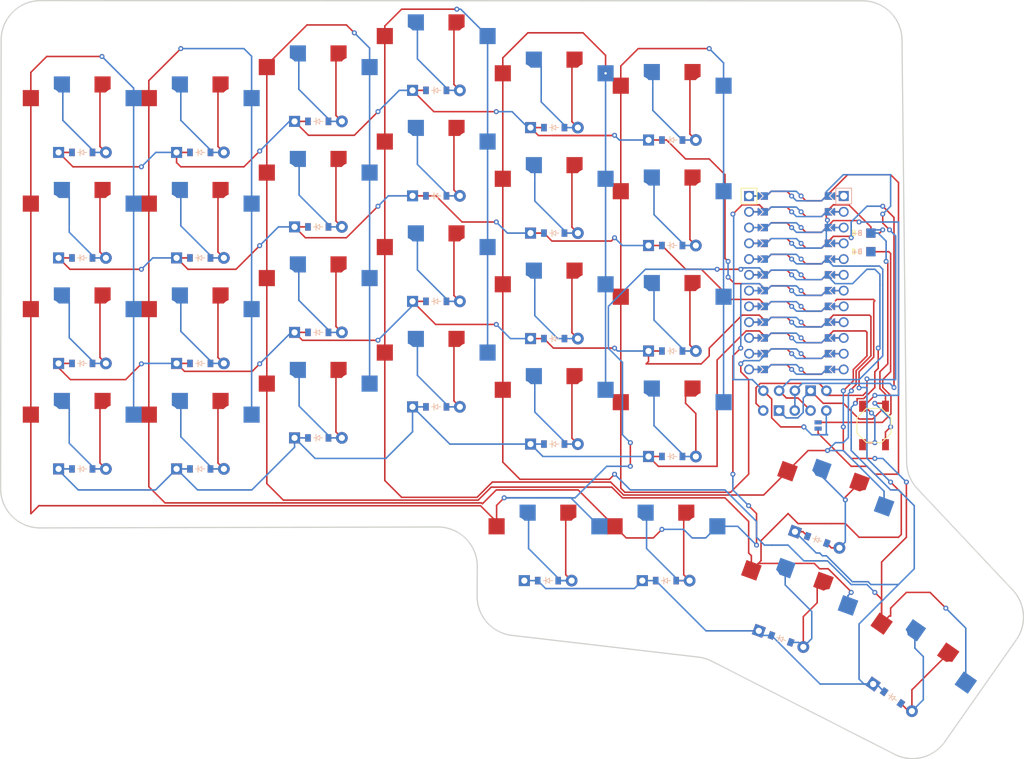
<source format=kicad_pcb>
(kicad_pcb (version 20211014) (generator pcbnew)
  (title_block (title "board") (rev "v1.0.0") (company "Unknown"))
  (layers (0 "F.Cu" signal) (31 "B.Cu" signal) (34 "B.Paste" user) (35 "F.Paste" user) (36 "B.SilkS" user "B.Silkscreen") (37 "F.SilkS" user "F.Silkscreen") (38 "B.Mask" user) (39 "F.Mask" user) (44 "Edge.Cuts" user))
  (net 0 "")
  (net 1 "outer_bottom")
  (net 2 "P20")
  (net 3 "outer_home")
  (net 4 "outer_top")
  (net 5 "outer_num")
  (net 6 "pinky_bottom")
  (net 7 "P19")
  (net 8 "pinky_home")
  (net 9 "pinky_top")
  (net 10 "pinky_num")
  (net 11 "ring_bottom")
  (net 12 "P18")
  (net 13 "ring_home")
  (net 14 "ring_top")
  (net 15 "ring_num")
  (net 16 "middle_bottom")
  (net 17 "P15")
  (net 18 "middle_home")
  (net 19 "middle_top")
  (net 20 "middle_num")
  (net 21 "index_bottom")
  (net 22 "P14")
  (net 23 "index_home")
  (net 24 "index_top")
  (net 25 "index_num")
  (net 26 "inner_bottom")
  (net 27 "P16")
  (net 28 "inner_home")
  (net 29 "inner_top")
  (net 30 "inner_num")
  (net 31 "near1_home")
  (net 32 "near2_home")
  (net 33 "home_home")
  (net 34 "home_top")
  (net 35 "far_home")
  (net 36 "P7")
  (net 37 "P6")
  (net 38 "P5")
  (net 39 "P4")
  (net 40 "P3")
  (net 41 "RAW")
  (net 42 "GND")
  (net 43 "RST")
  (net 44 "VCC")
  (net 45 "P21")
  (net 46 "P10")
  (net 47 "P1")
  (net 48 "P0")
  (net 49 "P2")
  (net 50 "P8")
  (net 51 "P9")
  (net 52 "Bplus")
  (footprint "E73:SW_TACT_ALPS_SKQGABE010" (layer "F.Cu") (at 152.265001 81.050001 -90)
    (fp_text reference "B1" hide)
    (fp_text value "" hide)
  )
  (footprint "PG1350" (layer "F.Cu") (at 62.765 61.05)
    (fp_text reference "S10" hide)
    (fp_text value "" hide)
  )
  (footprint "ComboDiode" (layer "F.Cu") (at 24.765 37.050001)
    (fp_text reference "D4" hide)
    (fp_text value "" hide)
  )
  (footprint "PG1350" (layer "F.Cu") (at 24.765 32.050001)
    (fp_text reference "S4" hide)
    (fp_text value "" hide)
  )
  (footprint "lib:Jumper" (layer "F.Cu") (at 143.265 81.050001 -90)
    (fp_text reference "J2" hide)
    (fp_text value "Jumper")
  )
  (footprint "ComboDiode" (layer "F.Cu") (at 43.765 54.05)
    (fp_text reference "D7" hide)
    (fp_text value "" hide)
  )
  (footprint "PG1350" (layer "F.Cu") (at 119.764999 47.050001)
    (fp_text reference "S23" hide)
    (fp_text value "" hide)
  )
  (footprint "PG1350" (layer "F.Cu") (at 81.765 39.050001)
    (fp_text reference "S15" hide)
    (fp_text value "" hide)
  )
  (footprint "ComboDiode" (layer "F.Cu") (at 43.765 71.050001)
    (fp_text reference "D6" hide)
    (fp_text value "" hide)
  )
  (footprint "PG1350" (layer "F.Cu") (at 100.765 28.050001)
    (fp_text reference "S20" hide)
    (fp_text value "" hide)
  )
  (footprint "ComboDiode" (layer "F.Cu") (at 100.765001 67.050001)
    (fp_text reference "D18" hide)
    (fp_text value "" hide)
  )
  (footprint "lib:OLED_headers" (layer "F.Cu") (at 132.265 77.050001 90)
    (fp_text reference "OLED1" hide)
    (fp_text value "OLED")
  )
  (footprint "PG1350" (layer "F.Cu") (at 144.824776 94.772405 -20)
    (fp_text reference "S28" hide)
    (fp_text value "" hide)
  )
  (footprint "ComboDiode" (layer "F.Cu") (at 119.764999 86.050002)
    (fp_text reference "D21" hide)
    (fp_text value "" hide)
  )
  (footprint "ComboDiode" (layer "F.Cu") (at 119.765 35.05)
    (fp_text reference "D24" hide)
    (fp_text value "" hide)
  )
  (footprint "PG1350" (layer "F.Cu") (at 118.765 101.050001)
    (fp_text reference "S26" hide)
    (fp_text value "" hide)
  )
  (footprint "PG1350" (layer "F.Cu") (at 100.765 45.05)
    (fp_text reference "S19" hide)
    (fp_text value "" hide)
  )
  (footprint "ComboDiode" (layer "F.Cu") (at 119.765 52.05)
    (fp_text reference "D23" hide)
    (fp_text value "" hide)
  )
  (footprint "ComboDiode" (layer "F.Cu") (at 100.764999 50.050001)
    (fp_text reference "D19" hide)
    (fp_text value "" hide)
  )
  (footprint "PG1350" (layer "F.Cu") (at 62.765 78.050001)
    (fp_text reference "S9" hide)
    (fp_text value "" hide)
  )
  (footprint "PG1350" (layer "F.Cu") (at 43.765 83.050001)
    (fp_text reference "S5" hide)
    (fp_text value "" hide)
  )
  (footprint "PG1350" (layer "F.Cu") (at 43.765 32.050002)
    (fp_text reference "S8" hide)
    (fp_text value "" hide)
  )
  (footprint "ComboDiode" (layer "F.Cu") (at 62.765 83.050002)
    (fp_text reference "D9" hide)
    (fp_text value "" hide)
  )
  (footprint "ComboDiode" (layer "F.Cu") (at 62.765 32.05)
    (fp_text reference "D12" hide)
    (fp_text value "" hide)
  )
  (footprint "ComboDiode" (layer "F.Cu") (at 24.765 88.050001)
    (fp_text reference "D1" hide)
    (fp_text value "" hide)
  )
  (footprint "ComboDiode" (layer "F.Cu") (at 81.764999 61.050001)
    (fp_text reference "D14" hide)
    (fp_text value "" hide)
  )
  (footprint "PG1350" (layer "F.Cu") (at 62.765 44.05)
    (fp_text reference "S11" hide)
    (fp_text value "" hide)
  )
  (footprint "ComboDiode" (layer "F.Cu") (at 143.114676 99.470869 -20)
    (fp_text reference "D28" hide)
    (fp_text value "" hide)
  )
  (footprint "PG1350" (layer "F.Cu") (at 119.765001 30.05)
    (fp_text reference "S24" hide)
    (fp_text value "" hide)
  )
  (footprint "ComboDiode" (layer "F.Cu") (at 100.765 84.05)
    (fp_text reference "D17" hide)
    (fp_text value "" hide)
  )
  (footprint "PG1350" (layer "F.Cu") (at 119.765001 81.050001)
    (fp_text reference "S21" hide)
    (fp_text value "" hide)
  )
  (footprint "ComboDiode" (layer "F.Cu") (at 81.765001 27.05)
    (fp_text reference "D16" hide)
    (fp_text value "" hide)
  )
  (footprint "ComboDiode" (layer "F.Cu") (at 24.765001 71.05)
    (fp_text reference "D2" hide)
    (fp_text value "" hide)
  )
  (footprint "PG1350" (layer "F.Cu") (at 99.765 101.050001)
    (fp_text reference "S25" hide)
    (fp_text value "" hide)
  )
  (footprint "ComboDiode" (layer "F.Cu") (at 99.765 106.05)
    (fp_text reference "D25" hide)
    (fp_text value "" hide)
  )
  (footprint "ComboDiode" (layer "F.Cu") (at 62.765 49.050002)
    (fp_text reference "D11" hide)
    (fp_text value "" hide)
  )
  (footprint "PG1350" (layer "F.Cu") (at 62.765 27.050001)
    (fp_text reference "S12" hide)
    (fp_text value "" hide)
  )
  (footprint "PG1350" (layer "F.Cu") (at 81.764999 22.050001)
    (fp_text reference "S16" hide)
    (fp_text value "" hide)
  )
  (footprint "PG1350" (layer "F.Cu") (at 24.765001 83.050001)
    (fp_text reference "S1" hide)
    (fp_text value "" hide)
  )
  (footprint "lib:Jumper" (layer "F.Cu") (at 143.265 81.050001 -90)
    (fp_text reference "J1" hide)
    (fp_text value "Jumper")
  )
  (footprint "ComboDiode" (layer "F.Cu") (at 119.765 69.050001)
    (fp_text reference "D22" hide)
    (fp_text value "" hide)
  )
  (footprint "PG1350" (layer "F.Cu") (at 24.765 49.050001)
    (fp_text reference "S3" hide)
    (fp_text value "" hide)
  )
  (footprint "ComboDiode" (layer "F.Cu") (at 155.248187 124.899068 -35)
    (fp_text reference "D29" hide)
    (fp_text value "" hide)
  )
  (footprint "PG1350" (layer "F.Cu") (at 139.010434 110.74718 -20)
    (fp_text reference "S27" hide)
    (fp_text value "" hide)
  )
  (footprint "PG1350" (layer "F.Cu") (at 158.116069 120.803308 -35)
    (fp_text reference "S29" hide)
    (fp_text value "" hide)
  )
  (footprint "PG1350" (layer "F.Cu") (at 43.765 49.050002)
    (fp_text reference "S7" hide)
    (fp_text value "" hide)
  )
  (footprint "PG1350" (layer "F.Cu") (at 119.765 64.050002)
    (fp_text reference "S22" hide)
    (fp_text value "" hide)
  )
  (footprint "PG1350" (layer "F.Cu") (at 81.765001 73.050001)
    (fp_text reference "S13" hide)
    (fp_text value "" hide)
  )
  (footprint "ProMicro" (layer "F.Cu") (at 139.765 58.050001 -90)
    (fp_text reference "MCU1" hide)
    (fp_text value "")
  )
  (footprint "PG1350" (layer "F.Cu") (at 100.765001 62.05)
    (fp_text reference "S18" hide)
    (fp_text value "" hide)
  )
  (footprint "ComboDiode" (layer "F.Cu") (at 118.765001 106.05)
    (fp_text reference "D26" hide)
    (fp_text value "" hide)
  )
  (footprint "SMDPad" (layer "F.Cu") (at 151.765 50.050001)
    (fp_text reference "PAD2" hide)
    (fp_text value "" hide)
  )
  (footprint "PG1350" (layer "F.Cu") (at 43.765001 66.050001)
    (fp_text reference "S6" hide)
    (fp_text value "" hide)
  )
  (footprint "ComboDiode" (layer "F.Cu") (at 43.765001 88.050001)
    (fp_text reference "D5" hide)
    (fp_text value "" hide)
  )
  (footprint "SMDPad" (layer "F.Cu") (at 151.765 53.050002)
    (fp_text reference "PAD1" hide)
    (fp_text value "" hide)
  )
  (footprint "PG1350" (layer "F.Cu") (at 24.765001 66.050001)
    (fp_text reference "S2" hide)
    (fp_text value "" hide)
  )
  (footprint "PG1350" (layer "F.Cu") (at 81.765 56.050001)
    (fp_text reference "S14" hide)
    (fp_text value "" hide)
  )
  (footprint "lib:OLED_headers" (layer "F.Cu") (at 146.765 77.05 -90)
    (fp_text reference "OLED2" hide)
    (fp_text value "OLED")
  )
  (footprint "ComboDiode" (layer "F.Cu") (at 62.765 66.050002)
    (fp_text reference "D10" hide)
    (fp_text value "" hide)
  )
  (footprint "ComboDiode" (layer "F.Cu") (at 100.765 33.050001)
    (fp_text reference "D20" hide)
    (fp_text value "" hide)
  )
  (footprint "ComboDiode" (layer "F.Cu") (at 81.765 78.05)
    (fp_text reference "D13" hide)
    (fp_text value "" hide)
  )
  (footprint "ComboDiode" (layer "F.Cu") (at 137.300333 115.445644 -20)
    (fp_text reference "D27" hide)
    (fp_text value "" hide)
  )
  (footprint "ComboDiode" (layer "F.Cu") (at 43.765 37.05)
    (fp_text reference "D8" hide)
    (fp_text value "" hide)
  )
  (footprint "ComboDiode" (layer "F.Cu") (at 81.765001 44.05)
    (fp_text reference "D15" hide)
    (fp_text value "" hide)
  )
  (footprint "ComboDiode" (layer "F.Cu") (at 24.764999 54.050001)
    (fp_text reference "D3" hide)
    (fp_text value "" hide)
  )
  (footprint "PG1350" (layer "F.Cu") (at 100.765 79.05)
    (fp_text reference "S17" hide)
    (fp_text value "" hide)
  )
  (gr_line (start 88.350757 108.526887) (end 88.381669 103.798215) (layer "Edge.Cuts") (width 0.2))
  (gr_arc (start 17.987918 97.560488) (mid 13.485326 95.703418) (end 11.622673 91.203132) (layer "Edge.Cuts") (width 0.2))
  (gr_line (start 11.622673 91.203132) (end 11.706608 18.932776) (layer "Edge.Cuts") (width 0.2))
  (gr_line (start 156.776328 18.905468) (end 157.519637 86.950432) (layer "Edge.Cuts") (width 0.2))
  (gr_line (start 175.187054 115.577187) (end 163.657666 132.02473) (layer "Edge.Cuts") (width 0.2))
  (gr_arc (start 174.614117 107.583112) (mid 176.32108 111.478345) (end 175.187054 115.577187) (layer "Edge.Cuts") (width 0.2))
  (gr_line (start 159.242466 91.230242) (end 174.614117 107.583112) (layer "Edge.Cuts") (width 0.2))
  (gr_arc (start 82.016556 97.406723) (mid 86.531199 99.275875) (end 88.381669 103.798215) (layer "Edge.Cuts") (width 0.2))
  (gr_line (start 82.016556 97.406723) (end 17.987918 97.560488) (layer "Edge.Cuts") (width 0.2))
  (gr_line (start 18.058268 12.590151) (end 150.42837 12.62483) (layer "Edge.Cuts") (width 0.2))
  (gr_arc (start 150.42837 12.62483) (mid 154.892834 14.460831) (end 156.776328 18.905468) (layer "Edge.Cuts") (width 0.2))
  (gr_arc (start 159.242466 91.230242) (mid 157.978637 89.252331) (end 157.519637 86.950432) (layer "Edge.Cuts") (width 0.2))
  (gr_arc (start 163.657666 132.02473) (mid 159.992091 134.541729) (end 155.57427 134.037297) (layer "Edge.Cuts") (width 0.2))
  (gr_arc (start 93.965193 114.875666) (mid 89.943812 112.774995) (end 88.350757 108.526887) (layer "Edge.Cuts") (width 0.2))
  (gr_arc (start 11.706608 18.932776) (mid 13.569675 14.446832) (end 18.058268 12.590151) (layer "Edge.Cuts") (width 0.2))
  (gr_line (start 123.971916 118.374453) (end 93.965193 114.875666) (layer "Edge.Cuts") (width 0.2))
  (gr_line (start 155.57427 134.037297) (end 126.120155 119.024252) (layer "Edge.Cuts") (width 0.2))
  (gr_arc (start 123.971916 118.374453) (mid 125.074972 118.60369) (end 126.120155 119.024252) (layer "Edge.Cuts") (width 0.2))
  (segment (start 27.6225 87.097501) (end 27.6225 77.517502) (width 0.25) (layer "F.Cu") (net 1))
  (segment (start 27.6225 77.517502) (end 28.040001 77.100001) (width 0.25) (layer "F.Cu") (net 1))
  (segment (start 28.575 88.050001) (end 27.6225 87.097501) (width 0.25) (layer "F.Cu") (net 1))
  (segment (start 26.81 88.050001) (end 22.6755 83.915501) (width 0.25) (layer "B.Cu") (net 1))
  (segment (start 22.6755 78.2855) (end 21.490001 77.100001) (width 0.25) (layer "B.Cu") (net 1))
  (segment (start 28.575 88.050001) (end 26.81 88.050001) (width 0.25) (layer "B.Cu") (net 1))
  (segment (start 22.6755 83.915501) (end 22.6755 78.2855) (width 0.25) (layer "B.Cu") (net 1))
  (segment (start 16.49 45.300001) (end 16.49 28.300001) (width 0.25) (layer "F.Cu") (net 2))
  (segment (start 16.49 24.15) (end 16.49 28.300001) (width 0.25) (layer "F.Cu") (net 2))
  (segment (start 16.490001 62.300001) (end 16.490001 79.300001) (width 0.25) (layer "F.Cu") (net 2))
  (segment (start 27.94 21.59) (end 19.05 21.59) (width 0.25) (layer "F.Cu") (net 2))
  (segment (start 113.03 87.63) (end 113.03 83.82) (width 0.25) (layer "F.Cu") (net 2))
  (segment (start 91.49 97.300001) (end 91.49 93.93) (width 0.25) (layer "F.Cu") (net 2))
  (segment (start 16.490001 95.230001) (end 16.490001 79.300001) (width 0.25) (layer "F.Cu") (net 2))
  (segment (start 88.9 93.98) (end 17.78 93.98) (width 0.25) (layer "F.Cu") (net 2))
  (segment (start 91.49 96.57) (end 88.9 93.98) (width 0.25) (layer "F.Cu") (net 2))
  (segment (start 91.49 93.93) (end 92.71 92.71) (width 0.25) (layer "F.Cu") (net 2))
  (segment (start 16.490001 62.300001) (end 16.49 45.300001) (width 0.25) (layer "F.Cu") (net 2))
  (segment (start 17.78 93.98) (end 16.51 95.25) (width 0.25) (layer "F.Cu") (net 2))
  (segment (start 91.49 97.300001) (end 91.49 96.57) (width 0.25) (layer "F.Cu") (net 2))
  (segment (start 16.51 95.25) (end 16.490001 95.230001) (width 0.25) (layer "F.Cu") (net 2))
  (segment (start 127 55.88) (end 130.81 55.88) (width 0.25) (layer "F.Cu") (net 2))
  (segment (start 19.05 21.59) (end 16.49 24.15) (width 0.25) (layer "F.Cu") (net 2))
  (via (at 113.03 87.63) (size 0.8) (drill 0.4) (layers "F.Cu" "B.Cu") (net 2))
  (via (at 27.94 21.59) (size 0.8) (drill 0.4) (layers "F.Cu" "B.Cu") (net 2))
  (via (at 92.71 92.71) (size 0.8) (drill 0.4) (layers "F.Cu" "B.Cu") (net 2))
  (via (at 127 55.88) (size 0.8) (drill 0.4) (layers "F.Cu" "B.Cu") (net 2))
  (via (at 113.03 83.82) (size 0.8) (drill 0.4) (layers "F.Cu" "B.Cu") (net 2))
  (via (at 130.81 55.88) (size 0.8) (drill 0.4) (layers "F.Cu" "B.Cu") (net 2))
  (segment (start 130.81 55.88) (end 131.034999 55.655001) (width 0.25) (layer "B.Cu") (net 2))
  (segment (start 104.14 92.71) (end 109.22 87.63) (width 0.25) (layer "B.Cu") (net 2))
  (segment (start 92.71 92.71) (end 103.449999 92.71) (width 0.25) (layer "B.Cu") (net 2))
  (segment (start 33.040001 79.300001) (end 33.040001 62.300001) (width 0.25) (layer "B.Cu") (net 2))
  (segment (start 33.04 28.300001) (end 33.04 26.69) (width 0.25) (layer "B.Cu") (net 2))
  (segment (start 103.449999 92.71) (end 108.04 97.300001) (width 0.25) (layer "B.Cu") (net 2))
  (segment (start 131.034999 55.655001) (end 133.814 55.655001) (width 0.25) (layer "B.Cu") (net 2))
  (segment (start 92.71 92.71) (end 104.14 92.71) (width 0.25) (layer "B.Cu") (net 2))
  (segment (start 111.76 70.875305) (end 109.49 68.605305) (width 0.25) (layer "B.Cu") (net 2))
  (segment (start 33.040001 62.300001) (end 33.04 45.300001) (width 0.25) (layer "B.Cu") (net 2))
  (segment (start 109.22 87.63) (end 113.03 87.63) (width 0.25) (layer "B.Cu") (net 2))
  (segment (start 109.49 68.605305) (end 109.49 61.850002) (width 0.25) (layer "B.Cu") (net 2))
  (segment (start 115.460002 55.88) (end 127 55.88) (width 0.25) (layer "B.Cu") (net 2))
  (segment (start 33.04 26.69) (end 27.94 21.59) (width 0.25) (layer "B.Cu") (net 2))
  (segment (start 133.814 55.655001) (end 134.939 56.780001) (width 0.25) (layer "B.Cu") (net 2))
  (segment (start 33.04 45.300001) (end 33.04 28.300001) (width 0.25) (layer "B.Cu") (net 2))
  (segment (start 113.03 83.82) (end 111.76 82.55) (width 0.25) (layer "B.Cu") (net 2))
  (segment (start 109.49 61.850002) (end 115.460002 55.88) (width 0.25) (layer "B.Cu") (net 2))
  (segment (start 111.76 82.55) (end 111.76 70.875305) (width 0.25) (layer "B.Cu") (net 2))
  (segment (start 28.575001 71.05) (end 27.622501 70.0975) (width 0.25) (layer "F.Cu") (net 3))
  (segment (start 27.622501 60.517501) (end 28.040001 60.100001) (width 0.25) (layer "F.Cu") (net 3))
  (segment (start 27.622501 70.0975) (end 27.622501 60.517501) (width 0.25) (layer "F.Cu") (net 3))
  (segment (start 28.575001 71.05) (end 26.809999 71.05) (width 0.25) (layer "B.Cu") (net 3))
  (segment (start 26.809999 71.05) (end 22.6755 66.915501) (width 0.25) (layer "B.Cu") (net 3))
  (segment (start 22.6755 61.2855) (end 21.490001 60.100001) (width 0.25) (layer "B.Cu") (net 3))
  (segment (start 22.6755 66.915501) (end 22.6755 61.2855) (width 0.25) (layer "B.Cu") (net 3))
  (segment (start 28.574999 54.050001) (end 27.622499 53.097501) (width 0.25) (layer "F.Cu") (net 4))
  (segment (start 27.622499 53.097501) (end 27.622499 43.517502) (width 0.25) (layer "F.Cu") (net 4))
  (segment (start 27.622499 43.517502) (end 28.04 43.100001) (width 0.25) (layer "F.Cu") (net 4))
  (segment (start 28.574999 54.050001) (end 26.809999 54.050001) (width 0.25) (layer "B.Cu") (net 4))
  (segment (start 22.675499 44.2855) (end 21.49 43.100001) (width 0.25) (layer "B.Cu") (net 4))
  (segment (start 26.809999 54.050001) (end 22.675499 49.915501) (width 0.25) (layer "B.Cu") (net 4))
  (segment (start 22.675499 49.915501) (end 22.675499 44.2855) (width 0.25) (layer "B.Cu") (net 4))
  (segment (start 28.575 37.050001) (end 27.6225 36.097501) (width 0.25) (layer "F.Cu") (net 5))
  (segment (start 27.6225 26.517501) (end 28.04 26.100001) (width 0.25) (layer "F.Cu") (net 5))
  (segment (start 27.6225 36.097501) (end 27.6225 26.517501) (width 0.25) (layer "F.Cu") (net 5))
  (segment (start 28.575 37.050001) (end 26.809999 37.050001) (width 0.25) (layer "B.Cu") (net 5))
  (segment (start 21.640001 26.250002) (end 21.49 26.100001) (width 0.25) (layer "B.Cu") (net 5))
  (segment (start 21.640001 31.880003) (end 21.640001 26.250002) (width 0.25) (layer "B.Cu") (net 5))
  (segment (start 26.809999 37.050001) (end 21.640001 31.880003) (width 0.25) (layer "B.Cu") (net 5))
  (segment (start 46.622501 87.097501) (end 46.622501 77.5175) (width 0.25) (layer "F.Cu") (net 6))
  (segment (start 46.622501 77.5175) (end 47.04 77.100001) (width 0.25) (layer "F.Cu") (net 6))
  (segment (start 47.575001 88.050001) (end 46.622501 87.097501) (width 0.25) (layer "F.Cu") (net 6))
  (segment (start 45.809999 88.050001) (end 40.64 82.880002) (width 0.25) (layer "B.Cu") (net 6))
  (segment (start 40.64 77.250001) (end 40.49 77.100001) (width 0.25) (layer "B.Cu") (net 6))
  (segment (start 40.64 82.880002) (end 40.64 77.250001) (width 0.25) (layer "B.Cu") (net 6))
  (segment (start 47.575001 88.050001) (end 45.809999 88.050001) (width 0.25) (layer "B.Cu") (net 6))
  (segment (start 133.35 100.33) (end 133.35 95.25) (width 0.25) (layer "F.Cu") (net 7))
  (segment (start 35.49 28.300002) (end 35.49 45.300002) (width 0.25) (layer "F.Cu") (net 7))
  (segment (start 112.365001 99.175002) (end 116.724998 99.175002) (width 0.25) (layer "F.Cu") (net 7))
  (segment (start 89.086396 93.53) (end 89.218198 93.661802) (width 0.25) (layer "F.Cu") (net 7))
  (segment (start 129.54 88.9) (end 129.54 69.85) (width 0.25) (layer "F.Cu") (net 7))
  (segment (start 91.44 91.44) (end 104.629999 91.44) (width 0.25) (layer "F.Cu") (net 7))
  (segment (start 129.54 69.85) (end 130.81 68.58) (width 0.25) (layer "F.Cu") (net 7))
  (segment (start 133.35 95.25) (end 132.08 93.98) (width 0.25) (layer "F.Cu") (net 7))
  (segment (start 89.218198 93.661802) (end 91.44 91.44) (width 0.25) (layer "F.Cu") (net 7))
  (segment (start 38.1 93.53) (end 89.086396 93.53) (width 0.25) (layer "F.Cu") (net 7))
  (segment (start 104.629999 91.44) (end 110.49 97.300001) (width 0.25) (layer "F.Cu") (net 7))
  (segment (start 35.49 45.300002) (end 35.490001 62.300001) (width 0.25) (layer "F.Cu") (net 7))
  (segment (start 35.490001 62.300001) (end 35.49 79.300001) (width 0.25) (layer "F.Cu") (net 7))
  (segment (start 35.49 28.300002) (end 35.49 25.47) (width 0.25) (layer "F.Cu") (net 7))
  (segment (start 35.49 79.300001) (end 35.49 90.92) (width 0.25) (layer "F.Cu") (net 7))
  (segment (start 35.49 25.47) (end 40.64 20.32) (width 0.25) (layer "F.Cu") (net 7))
  (segment (start 110.49 97.300001) (end 112.365001 99.175002) (width 0.25) (layer "F.Cu") (net 7))
  (segment (start 116.724998 99.175002) (end 118.11 97.79) (width 0.25) (layer "F.Cu") (net 7))
  (segment (start 35.49 90.92) (end 38.1 93.53) (width 0.25) (layer "F.Cu") (net 7))
  (via (at 118.11 97.79) (size 0.8) (drill 0.4) (layers "F.Cu" "B.Cu") (net 7))
  (via (at 130.81 68.58) (size 0.8) (drill 0.4) (layers "F.Cu" "B.Cu") (net 7))
  (via (at 129.54 88.9) (size 0.8) (drill 0.4) (layers "F.Cu" "B.Cu") (net 7))
  (via (at 133.35 100.33) (size 0.8) (drill 0.4) (layers "F.Cu" "B.Cu") (net 7))
  (via (at 132.08 93.98) (size 0.8) (drill 0.4) (layers "F.Cu" "B.Cu") (net 7))
  (via (at 40.64 20.32) (size 0.8) (drill 0.4) (layers "F.Cu" "B.Cu") (net 7))
  (segment (start 131.034999 58.195001) (end 133.814 58.195001) (width 0.25) (layer "B.Cu") (net 7))
  (segment (start 125.164999 99.175002) (end 127.04 97.300001) (width 0.25) (layer "B.Cu") (net 7))
  (segment (start 130.320001 97.300001) (end 133.35 100.33) (width 0.25) (layer "B.Cu") (net 7))
  (segment (start 52.04 45.300002) (end 52.040001 62.300001) (width 0.25) (layer "B.Cu") (net 7))
  (segment (start 129.54 91.44) (end 129.54 88.9) (width 0.25) (layer "B.Cu") (net 7))
  (segment (start 52.04 28.300002) (end 52.04 45.300002) (width 0.25) (layer "B.Cu") (net 7))
  (segment (start 52.04 21.56) (end 52.04 28.300002) (width 0.25) (layer "B.Cu") (net 7))
  (segment (start 132.08 93.98) (end 129.54 91.44) (width 0.25) (layer "B.Cu") (net 7))
  (segment (start 133.814 58.195001) (end 134.939 59.320001) (width 0.25) (layer "B.Cu") (net 7))
  (segment (start 40.64 20.32) (end 50.8 20.32) (width 0.25) (layer "B.Cu") (net 7))
  (segment (start 52.040001 62.300001) (end 52.04 79.300001) (width 0.25) (layer "B.Cu") (net 7))
  (segment (start 50.8 20.32) (end 52.04 21.56) (width 0.25) (layer "B.Cu") (net 7))
  (segment (start 130.81 58.42) (end 131.034999 58.195001) (width 0.25) (layer "B.Cu") (net 7))
  (segment (start 130.81 68.58) (end 130.81 58.42) (width 0.25) (layer "B.Cu") (net 7))
  (segment (start 127.04 97.300001) (end 130.320001 97.300001) (width 0.25) (layer "B.Cu") (net 7))
  (segment (start 118.11 97.79) (end 121.603347 97.79) (width 0.25) (layer "B.Cu") (net 7))
  (segment (start 122.988349 99.175002) (end 125.164999 99.175002) (width 0.25) (layer "B.Cu") (net 7))
  (segment (start 121.603347 97.79) (end 122.988349 99.175002) (width 0.25) (layer "B.Cu") (net 7))
  (segment (start 46.6225 70.097501) (end 46.6225 60.517502) (width 0.25) (layer "F.Cu") (net 8))
  (segment (start 47.575 71.050001) (end 46.6225 70.097501) (width 0.25) (layer "F.Cu") (net 8))
  (segment (start 46.6225 60.517502) (end 47.040001 60.100001) (width 0.25) (layer "F.Cu") (net 8))
  (segment (start 47.575 71.050001) (end 45.81 71.050001) (width 0.25) (layer "B.Cu") (net 8))
  (segment (start 45.81 71.050001) (end 40.64 65.880001) (width 0.25) (layer "B.Cu") (net 8))
  (segment (start 40.64 65.880001) (end 40.64 60.25) (width 0.25) (layer "B.Cu") (net 8))
  (segment (start 40.64 60.25) (end 40.490001 60.100001) (width 0.25) (layer "B.Cu") (net 8))
  (segment (start 46.6225 53.0975) (end 46.6225 43.517502) (width 0.25) (layer "F.Cu") (net 9))
  (segment (start 47.575 54.05) (end 46.6225 53.0975) (width 0.25) (layer "F.Cu") (net 9))
  (segment (start 46.6225 43.517502) (end 47.04 43.100002) (width 0.25) (layer "F.Cu") (net 9))
  (segment (start 47.575 54.05) (end 45.809997 54.05) (width 0.25) (layer "B.Cu") (net 9))
  (segment (start 45.809997 54.05) (end 40.64 48.880003) (width 0.25) (layer "B.Cu") (net 9))
  (segment (start 40.64 43.250002) (end 40.49 43.100002) (width 0.25) (layer "B.Cu") (net 9))
  (segment (start 40.64 48.880003) (end 40.64 43.250002) (width 0.25) (layer "B.Cu") (net 9))
  (segment (start 46.6225 26.517502) (end 47.04 26.100002) (width 0.25) (layer "F.Cu") (net 10))
  (segment (start 46.6225 36.0975) (end 46.6225 26.517502) (width 0.25) (layer "F.Cu") (net 10))
  (segment (start 47.575 37.05) (end 46.6225 36.0975) (width 0.25) (layer "F.Cu") (net 10))
  (segment (start 40.640001 26.250003) (end 40.49 26.100002) (width 0.25) (layer "B.Cu") (net 10))
  (segment (start 40.640001 31.880004) (end 40.640001 26.250003) (width 0.25) (layer "B.Cu") (net 10))
  (segment (start 45.809997 37.05) (end 40.640001 31.880004) (width 0.25) (layer "B.Cu") (net 10))
  (segment (start 47.575 37.05) (end 45.809997 37.05) (width 0.25) (layer "B.Cu") (net 10))
  (segment (start 65.6225 72.517501) (end 66.04 72.100001) (width 0.25) (layer "F.Cu") (net 11))
  (segment (start 66.575 83.050002) (end 65.6225 82.097502) (width 0.25) (layer "F.Cu") (net 11))
  (segment (start 65.6225 82.097502) (end 65.6225 72.517501) (width 0.25) (layer "F.Cu") (net 11))
  (segment (start 59.69 72.300001) (end 59.49 72.100001) (width 0.25) (layer "B.Cu") (net 11))
  (segment (start 64.81 83.050002) (end 59.69 77.930002) (width 0.25) (layer "B.Cu") (net 11))
  (segment (start 66.575 83.050002) (end 64.81 83.050002) (width 0.25) (layer "B.Cu") (net 11))
  (segment (start 59.69 77.930002) (end 59.69 72.300001) (width 0.25) (layer "B.Cu") (net 11))
  (segment (start 149.86 74.999501) (end 149.86 72.39) (width 0.25) (layer "F.Cu") (net 12))
  (segment (start 149.86 72.39) (end 152.2205 70.0295) (width 0.25) (layer "F.Cu") (net 12))
  (segment (start 132.08 96.52) (end 132.08 101.6) (width 0.25) (layer "F.Cu") (net 12))
  (segment (start 54.49 74.300001) (end 54.49 90.42) (width 0.25) (layer "F.Cu") (net 12))
  (segment (start 147.661906 96.861906) (end 149.86 99.06) (width 0.25) (layer "F.Cu") (net 12))
  (segment (start 144.889642 104.14) (end 143.51 104.14) (width 0.25) (layer "F.Cu") (net 12))
  (segment (start 156.21 99.06) (end 156.66 98.61) (width 0.25) (layer "F.Cu") (net 12))
  (segment (start 156.66 91.89) (end 154.94 90.17) (width 0.25) (layer "F.Cu") (net 12))
  (segment (start 133.629161 103.281008) (end 132.517053 104.393116) (width 0.25) (layer "F.Cu") (net 12))
  (segment (start 134.075 99.605) (end 138.43 95.25) (width 0.25) (layer "F.Cu") (net 12))
  (segment (start 132.517053 104.393116) (end 134.075 102.835169) (width 0.25) (layer "F.Cu") (net 12))
  (segment (start 54.49 57.3) (end 54.49 40.3) (width 0.25) (layer "F.Cu") (net 12))
  (segment (start 110.04 90.99) (end 111.76 92.71) (width 0.25) (layer "F.Cu") (net 12))
  (segment (start 67.31 16.51) (end 68.58 17.78) (width 0.25) (layer "F.Cu") (net 12))
  (segment (start 152.4 60.96) (end 152.175001 60.735001) (width 0.25) (layer "F.Cu") (net 12))
  (segment (start 134.075 102.835169) (end 134.075 99.605) (width 0.25) (layer "F.Cu") (net 12))
  (segment (start 60.96 16.51) (end 67.31 16.51) (width 0.25) (layer "F.Cu") (net 12))
  (segment (start 140.041906 96.861906) (end 147.661906 96.861906) (width 0.25) (layer "F.Cu") (net 12))
  (segment (start 138.43 95.25) (end 140.041906 96.861906) (width 0.25) (layer "F.Cu") (net 12))
  (segment (start 88.53 93.08) (end 90.62 90.99) (width 0.25) (layer "F.Cu") (net 12))
  (segment (start 54.49 23.300001) (end 54.49 22.98) (width 0.25) (layer "F.Cu") (net 12))
  (segment (start 156.66 98.61) (end 156.66 91.89) (width 0.25) (layer "F.Cu") (net 12))
  (segment (start 57.15 93.08) (end 88.53 93.08) (width 0.25) (layer "F.Cu") (net 12))
  (segment (start 146.274999 60.735001) (end 146.05 60.96) (width 0.25) (layer "F.Cu") (net 12))
  (segment (start 152.175001 60.735001) (end 146.274999 60.735001) (width 0.25) (layer "F.Cu") (net 12))
  (segment (start 111.76 92.71) (end 128.27 92.71) (width 0.25) (layer "F.Cu") (net 12))
  (segment (start 54.49 74.300001) (end 54.49 57.3) (width 0.25) (layer "F.Cu") (net 12))
  (segment (start 152.2205 61.1395) (end 152.4 60.96) (width 0.25) (layer "F.Cu") (net 12))
  (segment (start 54.49 22.98) (end 60.96 16.51) (width 0.25) (layer "F.Cu") (net 12))
  (segment (start 148.59 107.95) (end 148.59 107.840358) (width 0.25) (layer "F.Cu") (net 12))
  (segment (start 148.59 107.840358) (end 144.889642 104.14) (width 0.25) (layer "F.Cu") (net 12))
  (segment (start 143.51 104.14) (end 142.651008 103.281008) (width 0.25) (layer "F.Cu") (net 12))
  (segment (start 142.651008 103.281008) (end 133.629161 103.281008) (width 0.25) (layer "F.Cu") (net 12))
  (segment (start 149.86 99.06) (end 156.21 99.06) (width 0.25) (layer "F.Cu") (net 12))
  (segment (start 54.49 40.3) (end 54.49 23.300001) (width 0.25) (layer "F.Cu") (net 12))
  (segment (start 90.62 90.99) (end 110.04 90.99) (width 0.25) (layer "F.Cu") (net 12))
  (segment (start 54.49 90.42) (end 57.15 93.08) (width 0.25) (layer "F.Cu") (net 12))
  (segment (start 132.08 101.6) (end 132.517053 102.037053) (width 0.25) (layer "F.Cu") (net 12))
  (segment (start 132.517053 102.037053) (end 132.517053 104.393116) (width 0.25) (layer "F.Cu") (net 12))
  (segment (start 128.27 92.71) (end 132.08 96.52) (width 0.25) (layer "F.Cu") (net 12))
  (segment (start 152.2205 70.0295) (end 152.2205 61.1395) (width 0.25) (layer "F.Cu") (net 12))
  (via (at 148.59 107.95) (size 0.8) (drill 0.4) (layers "F.Cu" "B.Cu") (net 12))
  (via (at 68.58 17.78) (size 0.8) (drill 0.4) (layers "F.Cu" "B.Cu") (net 12))
  (via (at 149.86 74.999501) (size 0.8) (drill 0.4) (layers "F.Cu" "B.Cu") (net 12))
  (via (at 154.94 90.17) (size 0.8) (drill 0.4) (layers "F.Cu" "B.Cu") (net 12))
  (segment (start 151.13 86.36) (end 151.13 74.93) (width 0.25) (layer "B.Cu") (net 12))
  (segment (start 148.068966 110.053549) (end 148.068966 108.471034) (width 0.25) (layer "B.Cu") (net 12))
  (segment (start 68.58 17.78) (end 71.04 20.24) (width 0.25) (layer "B.Cu") (net 12))
  (segment (start 71.04 74.300001) (end 71.04 57.3) (width 0.25) (layer "B.Cu") (net 12))
  (segment (start 154.94 90.17) (end 151.13 86.36) (width 0.25) (layer "B.Cu") (net 12))
  (segment (start 71.04 20.24) (end 71.04 23.300001) (width 0.25) (layer "B.Cu") (net 12))
  (segment (start 71.04 57.3) (end 71.04 40.3) (width 0.25) (layer "B.Cu") (net 12))
  (segment (start 151.13 74.93) (end 149.929501 74.93) (width 0.25) (layer "B.Cu") (net 12))
  (segment (start 148.068966 108.471034) (end 148.59 107.95) (width 0.25) (layer "B.Cu") (net 12))
  (segment (start 71.04 40.3) (end 71.04 23.300001) (width 0.25) (layer "B.Cu") (net 12))
  (segment (start 149.929501 74.93) (end 149.86 74.999501) (width 0.25) (layer "B.Cu") (net 12))
  (segment (start 65.6225 55.5175) (end 66.04 55.1) (width 0.25) (layer "F.Cu") (net 13))
  (segment (start 65.6225 65.097502) (end 65.6225 55.5175) (width 0.25) (layer "F.Cu") (net 13))
  (segment (start 66.575 66.050002) (end 65.6225 65.097502) (width 0.25) (layer "F.Cu") (net 13))
  (segment (start 64.810001 66.050002) (end 59.640001 60.880002) (width 0.25) (layer "B.Cu") (net 13))
  (segment (start 59.640001 60.880002) (end 59.640001 55.250001) (width 0.25) (layer "B.Cu") (net 13))
  (segment (start 66.575 66.050002) (end 64.810001 66.050002) (width 0.25) (layer "B.Cu") (net 13))
  (segment (start 59.640001 55.250001) (end 59.49 55.1) (width 0.25) (layer "B.Cu") (net 13))
  (segment (start 65.6225 38.5175) (end 66.04 38.1) (width 0.25) (layer "F.Cu") (net 14))
  (segment (start 66.575 49.050002) (end 65.6225 48.097502) (width 0.25) (layer "F.Cu") (net 14))
  (segment (start 65.6225 48.097502) (end 65.6225 38.5175) (width 0.25) (layer "F.Cu") (net 14))
  (segment (start 64.810001 49.050002) (end 59.69 43.930001) (width 0.25) (layer "B.Cu") (net 14))
  (segment (start 59.69 38.3) (end 59.49 38.1) (width 0.25) (layer "B.Cu") (net 14))
  (segment (start 66.575 49.050002) (end 64.810001 49.050002) (width 0.25) (layer "B.Cu") (net 14))
  (segment (start 59.69 43.930001) (end 59.69 38.3) (width 0.25) (layer "B.Cu") (net 14))
  (segment (start 65.6225 21.517501) (end 66.04 21.100001) (width 0.25) (layer "F.Cu") (net 15))
  (segment (start 65.6225 31.0975) (end 65.6225 21.517501) (width 0.25) (layer "F.Cu") (net 15))
  (segment (start 66.575 32.05) (end 65.6225 31.0975) (width 0.25) (layer "F.Cu") (net 15))
  (segment (start 59.640001 21.250002) (end 59.49 21.100001) (width 0.25) (layer "B.Cu") (net 15))
  (segment (start 64.809998 32.05) (end 59.640001 26.880003) (width 0.25) (layer "B.Cu") (net 15))
  (segment (start 59.640001 26.880003) (end 59.640001 21.250002) (width 0.25) (layer "B.Cu") (net 15))
  (segment (start 66.575 32.05) (end 64.809998 32.05) (width 0.25) (layer "B.Cu") (net 15))
  (segment (start 85.575 78.05) (end 84.6225 77.0975) (width 0.25) (layer "F.Cu") (net 16))
  (segment (start 84.6225 77.0975) (end 84.6225 67.517502) (width 0.25) (layer "F.Cu") (net 16))
  (segment (start 84.6225 67.517502) (end 85.040001 67.100001) (width 0.25) (layer "F.Cu") (net 16))
  (segment (start 85.575 78.05) (end 83.809999 78.05) (width 0.25) (layer "B.Cu") (net 16))
  (segment (start 78.74 72.980001) (end 78.74 67.35) (width 0.25) (layer "B.Cu") (net 16))
  (segment (start 83.809999 78.05) (end 78.74 72.980001) (width 0.25) (layer "B.Cu") (net 16))
  (segment (start 78.74 67.35) (end 78.490001 67.100001) (width 0.25) (layer "B.Cu") (net 16))
  (segment (start 138.331395 88.418341) (end 141.659736 85.09) (width 0.25) (layer "F.Cu") (net 17))
  (segment (start 151.7705 63.5) (end 151.545501 63.275001) (width 0.25) (layer "F.Cu") (net 17))
  (segment (start 73.490001 69.300001) (end 73.490001 89.920001) (width 0.25) (layer "F.Cu") (net 17))
  (segment (start 149.382098 74.452098) (end 149.382098 72.231506) (width 0.25) (layer "F.Cu") (net 17))
  (segment (start 76.2 13.97) (end 85.09 13.97) (width 0.25) (layer "F.Cu") (net 17))
  (segment (start 73.489999 16.680001) (end 76.2 13.97) (width 0.25) (layer "F.Cu") (net 17))
  (segment (start 134.489736 92.26) (end 138.331395 88.418341) (width 0.25) (layer "F.Cu") (net 17))
  (segment (start 151.7705 69.843104) (end 151.7705 63.5) (width 0.25) (layer "F.Cu") (net 17))
  (segment (start 90.803604 90.17) (end 109.856396 90.17) (width 0.25) (layer "F.Cu") (net 17))
  (segment (start 141.659736 85.09) (end 144.78 85.09) (width 0.25) (layer "F.Cu") (net 17))
  (segment (start 73.490001 89.920001) (end 76.2 92.63) (width 0.25) (layer "F.Cu") (net 17))
  (segment (start 73.49 52.300001) (end 73.490001 69.300001) (width 0.25) (layer "F.Cu") (net 17))
  (segment (start 109.856396 90.17) (end 111.946396 92.26) (width 0.25) (layer "F.Cu") (net 17))
  (segment (start 111.946396 92.26) (end 134.489736 92.26) (width 0.25) (layer "F.Cu") (net 17))
  (segment (start 76.2 92.63) (end 88.343604 92.63) (width 0.25) (layer "F.Cu") (net 17))
  (segment (start 148.618276 75.21592) (end 149.382098 74.452098) (width 0.25) (layer "F.Cu") (net 17))
  (segment (start 73.489999 18.300001) (end 73.489999 16.680001) (width 0.25) (layer "F.Cu") (net 17))
  (segment (start 73.49 35.300001) (end 73.49 52.300001) (width 0.25) (layer "F.Cu") (net 17))
  (segment (start 151.545501 63.275001) (end 145.716 63.275001) (width 0.25) (layer "F.Cu") (net 17))
  (segment (start 148.618276 75.4755) (end 148.618276 75.21592) (width 0.25) (layer "F.Cu") (net 17))
  (segment (start 145.716 63.275001) (end 144.591 64.400001) (width 0.25) (layer "F.Cu") (net 17))
  (segment (start 88.343604 92.63) (end 90.803604 90.17) (width 0.25) (layer "F.Cu") (net 17))
  (segment (start 149.382098 72.231506) (end 151.7705 69.843104) (width 0.25) (layer "F.Cu") (net 17))
  (segment (start 73.489999 18.300001) (end 73.49 35.300001) (width 0.25) (layer "F.Cu") (net 17))
  (via (at 144.78 85.09) (size 0.8) (drill 0.4) (layers "F.Cu" "B.Cu") (net 17))
  (via (at 85.09 13.97) (size 0.8) (drill 0.4) (layers "F.Cu" "B.Cu") (net 17))
  (via (at 148.618276 75.4755) (size 0.8) (drill 0.4) (layers "F.Cu" "B.Cu") (net 17))
  (segment (start 90.04 52.300001) (end 90.04 35.300001) (width 0.25) (layer "B.Cu") (net 17))
  (segment (start 153.883308 91.653308) (end 147.32 85.09) (width 0.25) (layer "B.Cu") (net 17))
  (segment (start 153.883308 94.078774) (end 153.883308 91.653308) (width 0.25) (layer "B.Cu") (net 17))
  (segment (start 148.14 75.953776) (end 148.618276 75.4755) (width 0.25) (layer "B.Cu") (net 17))
  (segment (start 144.78 85.09) (end 146.05 83.82) (width 0.25) (layer "B.Cu") (net 17))
  (segment (start 90.04 35.300001) (end 90.039999 18.300001) (width 0.25) (layer "B.Cu") (net 17))
  (segment (start 90.040001 69.300001) (end 90.04 52.300001) (width 0.25) (layer "B.Cu") (net 17))
  (segment (start 148.14 82.55) (end 148.14 75.953776) (width 0.25) (layer "B.Cu") (net 17))
  (segment (start 85.09 13.97) (end 85.709998 13.97) (width 0.25) (layer "B.Cu") (net 17))
  (segment (start 146.05 83.82) (end 147.32 83.82) (width 0.25) (layer "B.Cu") (net 17))
  (segment (start 147.32 83.82) (end 148.14 83) (width 0.25) (layer "B.Cu") (net 17))
  (segment (start 147.32 85.09) (end 144.78 85.09) (width 0.25) (layer "B.Cu") (net 17))
  (segment (start 148.14 83) (end 148.14 82.55) (width 0.25) (layer "B.Cu") (net 17))
  (segment (start 85.709998 13.97) (end 90.039999 18.300001) (width 0.25) (layer "B.Cu") (net 17))
  (segment (start 84.622499 50.517502) (end 85.04 50.100001) (width 0.25) (layer "F.Cu") (net 18))
  (segment (start 85.574999 61.050001) (end 84.622499 60.097501) (width 0.25) (layer "F.Cu") (net 18))
  (segment (start 84.622499 60.097501) (end 84.622499 50.517502) (width 0.25) (layer "F.Cu") (net 18))
  (segment (start 83.809999 61.050001) (end 78.74 55.980002) (width 0.25) (layer "B.Cu") (net 18))
  (segment (start 85.574999 61.050001) (end 83.809999 61.050001) (width 0.25) (layer "B.Cu") (net 18))
  (segment (start 78.74 50.350001) (end 78.49 50.100001) (width 0.25) (layer "B.Cu") (net 18))
  (segment (start 78.74 55.980002) (end 78.74 50.350001) (width 0.25) (layer "B.Cu") (net 18))
  (segment (start 84.622501 43.0975) (end 84.622501 33.5175) (width 0.25) (layer "F.Cu") (net 19))
  (segment (start 85.575001 44.05) (end 84.622501 43.0975) (width 0.25) (layer "F.Cu") (net 19))
  (segment (start 84.622501 33.5175) (end 85.04 33.100001) (width 0.25) (layer "F.Cu") (net 19))
  (segment (start 78.74 33.350001) (end 78.49 33.100001) (width 0.25) (layer "B.Cu") (net 19))
  (segment (start 85.575001 44.05) (end 83.809998 44.05) (width 0.25) (layer "B.Cu") (net 19))
  (segment (start 83.809998 44.05) (end 78.74 38.980002) (width 0.25) (layer "B.Cu") (net 19))
  (segment (start 78.74 38.980002) (end 78.74 33.350001) (width 0.25) (layer "B.Cu") (net 19))
  (segment (start 84.622501 26.0975) (end 84.622501 16.517499) (width 0.25) (layer "F.Cu") (net 20))
  (segment (start 85.575001 27.05) (end 84.622501 26.0975) (width 0.25) (layer "F.Cu") (net 20))
  (segment (start 84.622501 16.517499) (end 85.039999 16.100001) (width 0.25) (layer "F.Cu") (net 20))
  (segment (start 83.809997 27.05) (end 78.74 21.980003) (width 0.25) (layer "B.Cu") (net 20))
  (segment (start 85.575001 27.05) (end 83.809997 27.05) (width 0.25) (layer "B.Cu") (net 20))
  (segment (start 78.74 21.980003) (end 78.74 16.350002) (width 0.25) (layer "B.Cu") (net 20))
  (segment (start 78.74 16.350002) (end 78.489999 16.100001) (width 0.25) (layer "B.Cu") (net 20))
  (segment (start 103.6225 83.0975) (end 103.6225 73.5175) (width 0.25) (layer "F.Cu") (net 21))
  (segment (start 103.6225 73.5175) (end 104.04 73.1) (width 0.25) (layer "F.Cu") (net 21))
  (segment (start 104.575 84.05) (end 103.6225 83.0975) (width 0.25) (layer "F.Cu") (net 21))
  (segment (start 102.809999 84.05) (end 97.640001 78.880002) (width 0.25) (layer "B.Cu") (net 21))
  (segment (start 97.640001 78.880002) (end 97.640001 73.250001) (width 0.25) (layer "B.Cu") (net 21))
  (segment (start 104.575 84.05) (end 102.809999 84.05) (width 0.25) (layer "B.Cu") (net 21))
  (segment (start 97.640001 73.250001) (end 97.49 73.1) (width 0.25) (layer "B.Cu") (net 21))
  (segment (start 151.13 69.847208) (end 151.13 66.04) (width 0.25) (layer "F.Cu") (net 22))
  (segment (start 105.41 17.78) (end 109.04 21.41) (width 0.25) (layer "F.Cu") (net 22))
  (segment (start 92.49 21.81) (end 96.52 17.78) (width 0.25) (layer "F.Cu") (net 22))
  (segment (start 92.49 75.3) (end 92.49 86.96) (width 0.25) (layer "F.Cu") (net 22))
  (segment (start 148.59 86.36) (end 147.32 85.09) (width 0.25) (layer "F.Cu") (net 22))
  (segment (start 152.4 86.36) (end 148.59 86.36) (width 0.25) (layer "F.Cu") (net 22))
  (segment (start 153.488497 103.051503) (end 157.48 99.06) (width 0.25) (layer "F.Cu") (net 22))
  (segment (start 145.716 65.815001) (end 144.591 66.940001) (width 0.25) (layer "F.Cu") (net 22))
  (segment (start 151.13 66.04) (end 150.905001 65.815001) (width 0.25) (layer "F.Cu") (net 22))
  (segment (start 148.932098 72.04511) (end 151.13 69.847208) (width 0.25) (layer "F.Cu") (net 22))
  (segment (start 92.49 75.3) (end 92.490001 58.3) (width 0.25) (layer "F.Cu") (net 22))
  (segment (start 154.94 110.49) (end 154.94 111.76) (width 0.25) (layer "F.Cu") (net 22))
  (segment (start 154.94 111.76) (end 154.71364 111.76) (width 0.25) (layer "F.Cu") (net 22))
  (segment (start 153.488497 109.038497) (end 153.488497 112.985143) (width 0.25) (layer "F.Cu") (net 22))
  (segment (start 157.48 107.95) (end 154.94 110.49) (width 0.25) (layer "F.Cu") (net 22))
  (segment (start 109.67 89.72) (end 110.49 88.9) (width 0.25) (layer "F.Cu") (net 22))
  (segment (start 153.488497 112.985143) (end 153.488497 103.051503) (width 0.25) (layer "F.Cu") (net 22))
  (segment (start 161.29 107.95) (end 157.48 107.95) (width 0.25) (layer "F.Cu") (net 22))
  (segment (start 96.52 17.78) (end 105.41 17.78) (width 0.25) (layer "F.Cu") (net 22))
  (segment (start 150.905001 65.815001) (end 145.716 65.815001) (width 0.25) (layer "F.Cu") (net 22))
  (segment (start 148.932098 73.863402) (end 148.932098 72.04511) (width 0.25) (layer "F.Cu") (net 22))
  (segment (start 95.25 89.72) (end 109.67 89.72) (width 0.25) (layer "F.Cu") (net 22))
  (segment (start 92.490001 58.3) (end 92.49 41.3) (width 0.25) (layer "F.Cu") (net 22))
  (segment (start 92.49 86.96) (end 95.25 89.72) (width 0.25) (layer "F.Cu") (net 22))
  (segment (start 92.49 41.3) (end 92.49 24.300001) (width 0.25) (layer "F.Cu") (net 22))
  (segment (start 109.04 21.41) (end 109.04 24.300001) (width 0.25) (layer "F.Cu") (net 22))
  (segment (start 152.4 107.95) (end 153.488497 109.038497) (width 0.25) (layer "F.Cu") (net 22))
  (segment (start 147.32 85.09) (end 147.32 81.28) (width 0.25) (layer "F.Cu") (net 22))
  (segment (start 92.49 24.300001) (end 92.49 21.81) (width 0.25) (layer "F.Cu") (net 22))
  (segment (start 163.83 110.49) (end 161.29 107.95) (width 0.25) (layer "F.Cu") (net 22))
  (segment (start 147.32 75.4755) (end 148.932098 73.863402) (width 0.25) (layer "F.Cu") (net 22))
  (segment (start 154.71364 111.76) (end 153.488497 112.985143) (width 0.25) (layer "F.Cu") (net 22))
  (segment (start 157.48 99.06) (end 157.48 90.17) (width 0.25) (layer "F.Cu") (net 22))
  (via (at 147.32 75.4755) (size 0.8) (drill 0.4) (layers "F.Cu" "B.Cu") (net 22))
  (via (at 163.83 110.49) (size 0.8) (drill 0.4) (layers "F.Cu" "B.Cu") (net 22))
  (via (at 152.4 107.95) (size 0.8) (drill 0.4) (layers "F.Cu" "B.Cu") (net 22))
  (via (at 157.48 90.17) (size 0.8) (drill 0.4) (layers "F.Cu" "B.Cu") (net 22))
  (via (at 110.49 88.9) (size 0.8) (drill 0.4) (layers "F.Cu" "B.Cu") (net 22))
  (via (at 152.4 86.36) (size 0.8) (drill 0.4) (layers "F.Cu" "B.Cu") (net 22))
  (via (at 147.32 81.28) (size 0.8) (drill 0.4) (layers "F.Cu" "B.Cu") (net 22))
  (via (at 109.04 24.300001) (size 0.8) (drill 0.4) (layers "F.Cu" "B.Cu") (net 22))
  (segment (start 133.35 96.52) (end 133.35 99.06) (width 0.25) (layer "B.Cu") (net 22))
  (segment (start 148.59 106.68) (end 151.13 106.68) (width 0.25) (layer "B.Cu") (net 22))
  (segment (start 135.89 100.33) (end 138.43 100.33) (width 0.25) (layer "B.Cu") (net 22))
  (segment (start 143.51 102.87) (end 144.78 102.87) (width 0.25) (layer "B.Cu") (net 22))
  (segment (start 153.67 86.36) (end 152.4 86.36) (width 0.25) (layer "B.Cu") (net 22))
  (segment (start 165.1 111.76) (end 163.83 110.49) (width 0.25) (layer "B.Cu") (net 22))
  (segment (start 109.04 41.3) (end 109.04 24.300001) (width 0.25) (layer "B.Cu") (net 22))
  (segment (start 109.04 75.3) (end 109.040001 58.3) (width 0.25) (layer "B.Cu") (net 22))
  (segment (start 157.48 90.17) (end 153.67 86.36) (width 0.25) (layer "B.Cu") (net 22))
  (segment (start 113.03 91.44) (end 128.27 91.44) (width 0.25) (layer "B.Cu") (net 22))
  (segment (start 167.045464 113.705464) (end 165.1 111.76) (width 0.25) (layer "B.Cu") (net 22))
  (segment (start 133.35 99.06) (end 134.62 100.33) (width 0.25) (layer "B.Cu") (net 22))
  (segment (start 109.040001 58.3) (end 109.04 41.3) (width 0.25) (layer "B.Cu") (net 22))
  (segment (start 134.62 100.33) (end 135.89 100.33) (width 0.25) (layer "B.Cu") (net 22))
  (segment (start 147.32 105.41) (end 148.59 106.68) (width 0.25) (layer "B.Cu") (net 22))
  (segment (start 110.49 88.9) (end 113.03 91.44) (width 0.25) (layer "B.Cu") (net 22))
  (segment (start 132.08 95.25) (end 133.35 96.52) (width 0.25) (layer "B.Cu") (net 22))
  (segment (start 144.78 102.87) (end 147.32 105.41) (width 0.25) (layer "B.Cu") (net 22))
  (segment (start 167.045464 122.477833) (end 167.045464 113.705464) (width 0.25) (layer "B.Cu") (net 22))
  (segment (start 151.13 106.68) (end 152.4 107.95) (width 0.25) (layer "B.Cu") (net 22))
  (segment (start 139.7 101.6) (end 140.97 102.87) (width 0.25) (layer "B.Cu") (net 22))
  (segment (start 140.97 102.87) (end 143.51 102.87) (width 0.25) (layer "B.Cu") (net 22))
  (segment (start 147.32 81.28) (end 147.32 75.4755) (width 0.25) (layer "B.Cu") (net 22))
  (segment (start 128.27 91.44) (end 132.08 95.25) (width 0.25) (layer "B.Cu") (net 22))
  (segment (start 138.43 100.33) (end 139.7 101.6) (width 0.25) (layer "B.Cu") (net 22))
  (segment (start 103.622501 56.5175) (end 104.040001 56.1) (width 0.25) (layer "F.Cu") (net 23))
  (segment (start 104.575001 67.050001) (end 103.622501 66.097501) (width 0.25) (layer "F.Cu") (net 23))
  (segment (start 103.622501 66.097501) (end 103.622501 56.5175) (width 0.25) (layer "F.Cu") (net 23))
  (segment (start 97.640002 63.350002) (end 97.640002 56.250001) (width 0.25) (layer "B.Cu") (net 23))
  (segment (start 101.340001 67.050001) (end 97.640002 63.350002) (width 0.25) (layer "B.Cu") (net 23))
  (segment (start 104.575001 67.050001) (end 101.340001 67.050001) (width 0.25) (layer "B.Cu") (net 23))
  (segment (start 97.640002 56.250001) (end 97.490001 56.1) (width 0.25) (layer "B.Cu") (net 23))
  (segment (start 104.574999 50.050001) (end 103.622499 49.097501) (width 0.25) (layer "F.Cu") (net 24))
  (segment (start 103.622499 39.517501) (end 104.04 39.1) (width 0.25) (layer "F.Cu") (net 24))
  (segment (start 103.622499 49.097501) (end 103.622499 39.517501) (width 0.25) (layer "F.Cu") (net 24))
  (segment (start 97.640001 44.880002) (end 97.640001 39.250001) (width 0.25) (layer "B.Cu") (net 24))
  (segment (start 97.640001 39.250001) (end 97.49 39.1) (width 0.25) (layer "B.Cu") (net 24))
  (segment (start 102.81 50.050001) (end 97.640001 44.880002) (width 0.25) (layer "B.Cu") (net 24))
  (segment (start 104.574999 50.050001) (end 102.81 50.050001) (width 0.25) (layer "B.Cu") (net 24))
  (segment (start 103.6225 22.517501) (end 104.04 22.100001) (width 0.25) (layer "F.Cu") (net 25))
  (segment (start 104.575 33.050001) (end 103.6225 32.097501) (width 0.25) (layer "F.Cu") (net 25))
  (segment (start 103.6225 32.097501) (end 103.6225 22.517501) (width 0.25) (layer "F.Cu") (net 25))
  (segment (start 104.575 33.050001) (end 102.809999 33.050001) (width 0.25) (layer "B.Cu") (net 25))
  (segment (start 102.809999 33.050001) (end 98.675499 28.915501) (width 0.25) (layer "B.Cu") (net 25))
  (segment (start 98.675499 23.2855) (end 97.49 22.100001) (width 0.25) (layer "B.Cu") (net 25))
  (segment (start 98.675499 28.915501) (end 98.675499 23.2855) (width 0.25) (layer "B.Cu") (net 25))
  (segment (start 123.574999 79.124999) (end 121.92 77.47) (width 0.25) (layer "F.Cu") (net 26))
  (segment (start 123.574999 86.050002) (end 123.574999 79.124999) (width 0.25) (layer "F.Cu") (net 26))
  (segment (start 121.92 76.220002) (end 123.040001 75.100001) (width 0.25) (layer "F.Cu") (net 26))
  (segment (start 121.92 77.47) (end 121.92 76.220002) (width 0.25) (layer "F.Cu") (net 26))
  (segment (start 123.574999 86.050002) (end 121.810001 86.050002) (width 0.25) (layer "B.Cu") (net 26))
  (segment (start 116.84 81.080001) (end 116.84 75.45) (width 0.25) (layer "B.Cu") (net 26))
  (segment (start 123.574999 86.050002) (end 121.414999 86.050002) (width 0.25) (layer "B.Cu") (net 26))
  (segment (start 116.84 75.45) (end 116.490001 75.100001) (width 0.25) (layer "B.Cu") (net 26))
  (segment (start 121.810001 86.050002) (end 116.84 81.080001) (width 0.25) (layer "B.Cu") (net 26))
  (segment (start 111.490001 91.167209) (end 112.132792 91.81) (width 0.25) (layer "F.Cu") (net 27))
  (segment (start 130.81 72.39) (end 130.81 71.12) (width 0.25) (layer "F.Cu") (net 27))
  (segment (start 114.3 20.32) (end 125.73 20.32) (width 0.25) (layer "F.Cu") (net 27))
  (segment (start 111.490001 23.129999) (end 114.3 20.32) (width 0.25) (layer "F.Cu") (net 27))
  (segment (start 132.08 73.66) (end 130.81 72.39) (width 0.25) (layer "F.Cu") (net 27))
  (segment (start 111.490001 77.300001) (end 111.490001 91.167209) (width 0.25) (layer "F.Cu") (net 27))
  (segment (start 111.490001 26.3) (end 111.490001 23.129999) (width 0.25) (layer "F.Cu") (net 27))
  (segment (start 111.49 60.300002) (end 111.490001 77.300001) (width 0.25) (layer "F.Cu") (net 27))
  (segment (start 111.490001 26.3) (end 111.490001 43.299999) (width 0.25) (layer "F.Cu") (net 27))
  (segment (start 112.132792 91.81) (end 129.17 91.81) (width 0.25) (layer "F.Cu") (net 27))
  (segment (start 132.08 88.9) (end 132.08 74.93) (width 0.25) (layer "F.Cu") (net 27))
  (segment (start 129.17 91.81) (end 132.08 88.9) (width 0.25) (layer "F.Cu") (net 27))
  (segment (start 111.489999 43.300001) (end 111.49 60.300002) (width 0.25) (layer "F.Cu") (net 27))
  (segment (start 111.490001 43.299999) (end 111.489999 43.300001) (width 0.25) (layer "F.Cu") (net 27))
  (segment (start 132.08 74.93) (end 132.08 73.66) (width 0.25) (layer "F.Cu") (net 27))
  (via (at 125.73 20.32) (size 0.8) (drill 0.4) (layers "F.Cu" "B.Cu") (net 27))
  (via (at 130.81 71.12) (size 0.8) (drill 0.4) (layers "F.Cu" "B.Cu") (net 27))
  (segment (start 128.039999 26.300002) (end 128.040001 26.3) (width 0.25) (layer "B.Cu") (net 27))
  (segment (start 125.73 20.32) (end 128.040001 22.630001) (width 0.25) (layer "B.Cu") (net 27))
  (segment (start 128.040001 22.630001) (end 128.040001 26.3) (width 0.25) (layer "B.Cu") (net 27))
  (segment (start 128.040001 77.300001) (end 128.04 60.300002) (width 0.25) (layer "B.Cu") (net 27))
  (segment (start 133.814 70.605001) (end 134.939 69.480001) (width 0.25) (layer "B.Cu") (net 27))
  (segment (start 128.04 60.300002) (end 128.039999 43.300001) (width 0.25) (layer "B.Cu") (net 27))
  (segment (start 131.324999 70.605001) (end 133.814 70.605001) (width 0.25) (layer "B.Cu") (net 27))
  (segment (start 130.81 71.12) (end 131.324999 70.605001) (width 0.25) (layer "B.Cu") (net 27))
  (segment (start 128.039999 43.300001) (end 128.039999 26.300002) (width 0.25) (layer "B.Cu") (net 27))
  (segment (start 123.575 69.050001) (end 122.6225 68.097501) (width 0.25) (layer "F.Cu") (net 28))
  (segment (start 121.415 69.050001) (end 123.575 69.050001) (width 0.25) (layer "F.Cu") (net 28))
  (segment (start 122.6225 58.517502) (end 123.04 58.100002) (width 0.25) (layer "F.Cu") (net 28))
  (segment (start 122.6225 68.097501) (end 122.6225 58.517502) (width 0.25) (layer "F.Cu") (net 28))
  (segment (start 116.84 58.450002) (end 116.49 58.100002) (width 0.25) (layer "B.Cu") (net 28))
  (segment (start 121.809998 69.050001) (end 116.84 64.080003) (width 0.25) (layer "B.Cu") (net 28))
  (segment (start 116.84 64.080003) (end 116.84 58.450002) (width 0.25) (layer "B.Cu") (net 28))
  (segment (start 123.575 69.050001) (end 121.809998 69.050001) (width 0.25) (layer "B.Cu") (net 28))
  (segment (start 123.575 52.05) (end 122.6225 51.0975) (width 0.25) (layer "F.Cu") (net 29))
  (segment (start 122.6225 41.5175) (end 123.039999 41.100001) (width 0.25) (layer "F.Cu") (net 29))
  (segment (start 122.6225 51.0975) (end 122.6225 41.5175) (width 0.25) (layer "F.Cu") (net 29))
  (segment (start 123.575 52.05) (end 121.94 52.05) (width 0.25) (layer "B.Cu") (net 29))
  (segment (start 121.809997 52.05) (end 116.84 47.080003) (width 0.25) (layer "B.Cu") (net 29))
  (segment (start 121.435 52.07) (end 121.415 52.05) (width 0.25) (layer "B.Cu") (net 29))
  (segment (start 121.94 52.05) (end 121.92 52.07) (width 0.25) (layer "B.Cu") (net 29))
  (segment (start 123.575 52.05) (end 121.809997 52.05) (width 0.25) (layer "B.Cu") (net 29))
  (segment (start 121.92 52.07) (end 121.435 52.07) (width 0.25) (layer "B.Cu") (net 29))
  (segment (start 116.84 47.080003) (end 116.84 41.450002) (width 0.25) (layer "B.Cu") (net 29))
  (segment (start 116.84 41.450002) (end 116.489999 41.100001) (width 0.25) (layer "B.Cu") (net 29))
  (segment (start 123.575 35.05) (end 122.6225 34.0975) (width 0.25) (layer "F.Cu") (net 30))
  (segment (start 122.6225 24.517501) (end 123.040001 24.1) (width 0.25) (layer "F.Cu") (net 30))
  (segment (start 122.6225 34.0975) (end 122.6225 24.517501) (width 0.25) (layer "F.Cu") (net 30))
  (segment (start 116.640002 24.250001) (end 116.490001 24.1) (width 0.25) (layer "B.Cu") (net 30))
  (segment (start 123.575 35.05) (end 121.415 35.05) (width 0.25) (layer "B.Cu") (net 30))
  (segment (start 116.640002 30.275002) (end 116.640002 24.250001) (width 0.25) (layer "B.Cu") (net 30))
  (segment (start 121.415 35.05) (end 116.640002 30.275002) (width 0.25) (layer "B.Cu") (net 30))
  (segment (start 102.6225 105.0975) (end 102.6225 95.517501) (width 0.25) (layer "F.Cu") (net 31))
  (segment (start 103.575 106.05) (end 102.6225 105.0975) (width 0.25) (layer "F.Cu") (net 31))
  (segment (start 102.6225 95.517501) (end 103.04 95.100001) (width 0.25) (layer "F.Cu") (net 31))
  (segment (start 103.575 106.05) (end 101.809998 106.05) (width 0.25) (layer "B.Cu") (net 31))
  (segment (start 101.809998 106.05) (end 96.640001 100.880003) (width 0.25) (layer "B.Cu") (net 31))
  (segment (start 96.640001 95.250002) (end 96.49 95.100001) (width 0.25) (layer "B.Cu") (net 31))
  (segment (start 103.575 106.05) (end 101.415 106.05) (width 0.25) (layer "B.Cu") (net 31))
  (segment (start 96.640001 100.880003) (end 96.640001 95.250002) (width 0.25) (layer "B.Cu") (net 31))
  (segment (start 121.622501 95.5175) (end 122.04 95.100001) (width 0.25) (layer "F.Cu") (net 32))
  (segment (start 122.575001 106.05) (end 120.415001 106.05) (width 0.25) (layer "F.Cu") (net 32))
  (segment (start 122.575001 106.05) (end 121.622501 105.0975) (width 0.25) (layer "F.Cu") (net 32))
  (segment (start 121.622501 105.0975) (end 121.622501 95.5175) (width 0.25) (layer "F.Cu") (net 32))
  (segment (start 115.640001 100.880003) (end 115.640001 95.250002) (width 0.25) (layer "B.Cu") (net 32))
  (segment (start 115.640001 95.250002) (end 115.49 95.100001) (width 0.25) (layer "B.Cu") (net 32))
  (segment (start 122.575001 106.05) (end 120.809998 106.05) (width 0.25) (layer "B.Cu") (net 32))
  (segment (start 120.809998 106.05) (end 115.640001 100.880003) (width 0.25) (layer "B.Cu") (net 32))
  (segment (start 143.116472 109.613528) (end 143.116472 107.2826) (width 0.25) (layer "F.Cu") (net 33))
  (segment (start 140.880562 111.849438) (end 143.116472 109.613528) (width 0.25) (layer "F.Cu") (net 33))
  (segment (start 143.116472 107.2826) (end 144.122947 106.276125) (width 0.25) (layer "F.Cu") (net 33))
  (segment (start 140.880562 116.748741) (end 140.880562 111.849438) (width 0.25) (layer "F.Cu") (net 33))
  (segment (start 137.967961 106.749706) (end 142.24 111.021745) (width 0.25) (layer "B.Cu") (net 33))
  (segment (start 142.24 115.389303) (end 140.880562 116.748741) (width 0.25) (layer "B.Cu") (net 33))
  (segment (start 138.850826 116.009977) (end 140.141798 116.009977) (width 0.25) (layer "B.Cu") (net 33))
  (segment (start 142.24 111.021745) (end 142.24 115.389303) (width 0.25) (layer "B.Cu") (net 33))
  (segment (start 140.141798 116.009977) (end 140.880562 116.748741) (width 0.25) (layer "B.Cu") (net 33))
  (segment (start 137.967961 104.035893) (end 137.967961 106.749706) (width 0.25) (layer "B.Cu") (net 33))
  (segment (start 149.937289 90.30135) (end 147.647405 92.591234) (width 0.25) (layer "F.Cu") (net 34))
  (segment (start 146.694905 100.773966) (end 145.403933 100.773966) (width 0.25) (layer "F.Cu") (net 34))
  (segment (start 145.403933 100.773966) (end 144.665169 100.035202) (width 0.25) (layer "F.Cu") (net 34))
  (segment (start 147.647405 92.591234) (end 147.647405 93.037405) (width 0.25) (layer "F.Cu") (net 34))
  (via (at 147.647405 93.037405) (size 0.8) (drill 0.4) (layers "F.Cu" "B.Cu") (net 34))
  (segment (start 146.694905 100.773966) (end 147.647405 99.821466) (width 0.25) (layer "B.Cu") (net 34))
  (segment (start 147.647405 99.821466) (end 147.647405 93.037405) (width 0.25) (layer "B.Cu") (net 34))
  (segment (start 143.782303 89.172303) (end 143.782303 88.061118) (width 0.25) (layer "B.Cu") (net 34))
  (segment (start 147.647405 93.037405) (end 143.782303 89.172303) (width 0.25) (layer "B.Cu") (net 34))
  (segment (start 158.369156 123.650232) (end 164.211572 117.807816) (width 0.25) (layer "F.Cu") (net 35))
  (segment (start 158.369156 127.084394) (end 157.838713 127.084394) (width 0.25) (layer "F.Cu") (net 35))
  (segment (start 158.369156 127.084394) (end 158.369156 123.650232) (width 0.25) (layer "F.Cu") (net 35))
  (segment (start 157.838713 127.084394) (end 156.599788 125.845469) (width 0.25) (layer "F.Cu") (net 35))
  (segment (start 158.846126 116.936126) (end 158.846126 114.050891) (width 0.25) (layer "B.Cu") (net 35))
  (segment (start 160.20557 125.24798) (end 160.20557 118.29557) (width 0.25) (layer "B.Cu") (net 35))
  (segment (start 160.20557 118.29557) (end 158.846126 116.936126) (width 0.25) (layer "B.Cu") (net 35))
  (segment (start 158.369156 127.084394) (end 160.20557 125.24798) (width 0.25) (layer "B.Cu") (net 35))
  (segment (start 131.679009 65.815001) (end 127 70.49401) (width 0.25) (layer "F.Cu") (net 36))
  (segment (start 134.939 66.940001) (end 133.814 65.815001) (width 0.25) (layer "F.Cu") (net 36))
  (segment (start 133.814 65.815001) (end 131.679009 65.815001) (width 0.25) (layer "F.Cu") (net 36))
  (segment (start 127 70.49401) (end 127 87.63) (width 0.25) (layer "F.Cu") (net 36))
  (segment (start 117.534997 87.63) (end 115.954999 86.050002) (width 0.25) (layer "F.Cu") (net 36))
  (segment (start 127 87.63) (end 117.534997 87.63) (width 0.25) (layer "F.Cu") (net 36))
  (segment (start 115.954999 86.050002) (end 118.114999 86.050002) (width 0.25) (layer "F.Cu") (net 36))
  (segment (start 83.955 84.05) (end 77.955 78.05) (width 0.25) (layer "B.Cu") (net 36))
  (segment (start 77.955 82.065) (end 73.66 86.36) (width 0.25) (layer "B.Cu") (net 36))
  (segment (start 39.955001 88.050001) (end 42.115001 88.050001) (width 0.25) (layer "B.Cu") (net 36))
  (segment (start 20.955 88.050001) (end 23.115 88.050001) (width 0.25) (layer "B.Cu") (net 36))
  (segment (start 73.66 86.36) (end 62.264998 86.36) (width 0.25) (layer "B.Cu") (net 36))
  (segment (start 24.13 91.44) (end 20.955 88.265) (width 0.25) (layer "B.Cu") (net 36))
  (segment (start 58.955 83.050002) (end 61.115 83.050002) (width 0.25) (layer "B.Cu") (net 36))
  (segment (start 39.955001 88.050001) (end 36.565002 91.44) (width 0.25) (layer "B.Cu") (net 36))
  (segment (start 58.955 83.050002) (end 58.955 84.555) (width 0.25) (layer "B.Cu") (net 36))
  (segment (start 115.954999 86.050002) (end 98.955002 86.050002) (width 0.25) (layer "B.Cu") (net 36))
  (segment (start 36.565002 91.44) (end 24.13 91.44) (width 0.25) (layer "B.Cu") (net 36))
  (segment (start 20.955 88.265) (end 20.955 88.050001) (width 0.25) (layer "B.Cu") (net 36))
  (segment (start 43.345 91.44) (end 39.955001 88.050001) (width 0.25) (layer "B.Cu") (net 36))
  (segment (start 96.955 84.05) (end 99.115 84.05) (width 0.25) (layer "B.Cu") (net 36))
  (segment (start 52.07 91.44) (end 43.345 91.44) (width 0.25) (layer "B.Cu") (net 36))
  (segment (start 98.955002 86.050002) (end 96.955 84.05) (width 0.25) (layer "B.Cu") (net 36))
  (segment (start 96.955 84.05) (end 83.955 84.05) (width 0.25) (layer "B.Cu") (net 36))
  (segment (start 58.955 84.555) (end 52.07 91.44) (width 0.25) (layer "B.Cu") (net 36))
  (segment (start 77.955 78.05) (end 77.955 82.065) (width 0.25) (layer "B.Cu") (net 36))
  (segment (start 62.264998 86.36) (end 58.955 83.050002) (width 0.25) (layer "B.Cu") (net 36))
  (segment (start 77.955 78.05) (end 80.115 78.05) (width 0.25) (layer "B.Cu") (net 36))
  (segment (start 34.29 71.12) (end 31.75 73.66) (width 0.25) (layer "F.Cu") (net 37))
  (segment (start 39.955 71.050001) (end 42.115 71.050001) (width 0.25) (layer "F.Cu") (net 37))
  (segment (start 58.955 66.050002) (end 61.115 66.050002) (width 0.25) (layer "F.Cu") (net 37))
  (segment (start 131.034999 63.275001) (end 125.73 68.58) (width 0.25) (layer "F.Cu") (net 37))
  (segment (start 52.132499 72.327501) (end 41.2325 72.327501) (width 0.25) (layer "F.Cu") (net 37))
  (segment (start 133.814 63.275001) (end 131.034999 63.275001) (width 0.25) (layer "F.Cu") (net 37))
  (segment (start 110.49 68.58) (end 100.645 68.58) (width 0.25) (layer "F.Cu") (net 37))
  (segment (start 124.46 71.12) (end 115.57 71.12) (width 0.25) (layer "F.Cu") (net 37))
  (segment (start 72.372498 67.327502) (end 60.2325 67.327502) (width 0.25) (layer "F.Cu") (net 37))
  (segment (start 60.2325 67.327502) (end 58.955 66.050002) (width 0.25) (layer "F.Cu") (net 37))
  (segment (start 81.674998 64.77) (end 77.954999 61.050001) (width 0.25) (layer "F.Cu") (net 37))
  (segment (start 91.44 64.77) (end 81.674998 64.77) (width 0.25) (layer "F.Cu") (net 37))
  (segment (start 115.955 69.050001) (end 118.115 69.050001) (width 0.25) (layer "F.Cu") (net 37))
  (segment (start 125.73 68.58) (end 125.73 69.85) (width 0.25) (layer "F.Cu") (net 37))
  (segment (start 22.86 73.66) (end 20.955001 71.755001) (width 0.25) (layer "F.Cu") (net 37))
  (segment (start 134.939 64.400001) (end 133.814 63.275001) (width 0.25) (layer "F.Cu") (net 37))
  (segment (start 20.955001 71.05) (end 23.115001 71.05) (width 0.25) (layer "F.Cu") (net 37))
  (segment (start 41.2325 72.327501) (end 39.955 71.050001) (width 0.25) (layer "F.Cu") (net 37))
  (segment (start 115.57 71.12) (end 115.955 70.735) (width 0.25) (layer "F.Cu") (net 37))
  (segment (start 115.955 70.735) (end 115.955 69.050001) (width 0.25) (layer "F.Cu") (net 37))
  (segment (start 77.954999 61.050001) (end 80.114999 61.050001) (width 0.25) (layer "F.Cu") (net 37))
  (segment (start 99.115001 67.050001) (end 96.955001 67.050001) (width 0.25) (layer "F.Cu") (net 37))
  (segment (start 20.955001 71.755001) (end 20.955001 71.05) (width 0.25) (layer "F.Cu") (net 37))
  (segment (start 31.75 73.66) (end 22.86 73.66) (width 0.25) (layer "F.Cu") (net 37))
  (segment (start 53.34 71.12) (end 52.132499 72.327501) (width 0.25) (layer "F.Cu") (net 37))
  (segment (start 72.39 67.31) (end 72.372498 67.327502) (width 0.25) (layer "F.Cu") (net 37))
  (segment (start 100.645 68.58) (end 99.115001 67.050001) (width 0.25) (layer "F.Cu") (net 37))
  (segment (start 125.73 69.85) (end 124.46 71.12) (width 0.25) (layer "F.Cu") (net 37))
  (via (at 53.34 71.12) (size 0.8) (drill 0.4) (layers "F.Cu" "B.Cu") (net 37))
  (via (at 110.49 68.58) (size 0.8) (drill 0.4) (layers "F.Cu" "B.Cu") (net 37))
  (via (at 91.44 64.77) (size 0.8) (drill 0.4) (layers "F.Cu" "B.Cu") (net 37))
  (via (at 72.39 67.31) (size 0.8) (drill 0.4) (layers "F.Cu" "B.Cu") (net 37))
  (via (at 34.29 71.12) (size 0.8) (drill 0.4) (layers "F.Cu" "B.Cu") (net 37))
  (segment (start 34.359999 71.050001) (end 34.29 71.12) (width 0.25) (layer "B.Cu") (net 37))
  (segment (start 93.720001 67.050001) (end 91.44 64.77) (width 0.25) (layer "B.Cu") (net 37))
  (segment (start 77.954999 61.050001) (end 77.954999 61.745001) (width 0.25) (layer "B.Cu") (net 37))
  (segment (start 58.409998 66.050002) (end 53.34 71.12) (width 0.25) (layer "B.Cu") (net 37))
  (segment (start 110.960001 69.050001) (end 110.49 68.58) (width 0.25) (layer "B.Cu") (net 37))
  (segment (start 96.955001 67.050001) (end 93.720001 67.050001) (width 0.25) (layer "B.Cu") (net 37))
  (segment (start 58.955 66.050002) (end 58.409998 66.050002) (width 0.25) (layer "B.Cu") (net 37))
  (segment (start 39.955 71.050001) (end 34.359999 71.050001) (width 0.25) (layer "B.Cu") (net 37))
  (segment (start 115.955 69.050001) (end 110.960001 69.050001) (width 0.25) (layer "B.Cu") (net 37))
  (segment (start 77.954999 61.745001) (end 72.39 67.31) (width 0.25) (layer "B.Cu") (net 37))
  (segment (start 39.955 54.05) (end 42.115 54.05) (width 0.25) (layer "F.Cu") (net 38))
  (segment (start 58.955 49.050002) (end 61.115 49.050002) (width 0.25) (layer "F.Cu") (net 38))
  (segment (start 80.115001 44.05) (end 77.955001 44.05) (width 0.25) (layer "F.Cu") (net 38))
  (segment (start 134.939 61.860001) (end 133.814 60.735001) (width 0.25) (layer "F.Cu") (net 38))
  (segment (start 60.704998 50.8) (end 58.955 49.050002) (width 0.25) (layer "F.Cu") (net 38))
  (segment (start 85.925001 48.26) (end 81.715001 44.05) (width 0.25) (layer "F.Cu") (net 38))
  (segment (start 118.115 52.05) (end 115.955 52.05) (width 0.25) (layer "F.Cu") (net 38))
  (segment (start 81.715001 44.05) (end 80.115001 44.05) (width 0.25) (layer "F.Cu") (net 38))
  (segment (start 49.53 55.88) (end 41.785 55.88) (width 0.25) (layer "F.Cu") (net 38))
  (segment (start 41.785 55.88) (end 39.955 54.05) (width 0.25) (layer "F.Cu") (net 38))
  (segment (start 67.31 50.8) (end 60.704998 50.8) (width 0.25) (layer "F.Cu") (net 38))
  (segment (start 91.44 48.26) (end 85.925001 48.26) (width 0.25) (layer "F.Cu") (net 38))
  (segment (start 133.814 60.735001) (end 129.315001 60.735001) (width 0.25) (layer "F.Cu") (net 38))
  (segment (start 99.114999 50.050001) (end 96.954999 50.050001) (width 0.25) (layer "F.Cu") (net 38))
  (segment (start 100.392499 51.327501) (end 99.114999 50.050001) (width 0.25) (layer "F.Cu") (net 38))
  (segment (start 72.39 45.72) (end 67.31 50.8) (width 0.25) (layer "F.Cu") (net 38))
  (segment (start 34.29 55.88) (end 22.784998 55.88) (width 0.25) (layer "F.Cu") (net 38))
  (segment (start 109.962499 51.327501) (end 100.392499 51.327501) (width 0.25) (layer "F.Cu") (net 38))
  (segment (start 129.315001 60.735001) (end 124.46 55.88) (width 0.25) (layer "F.Cu") (net 38))
  (segment (start 22.784998 55.88) (end 20.954999 54.050001) (width 0.25) (layer "F.Cu") (net 38))
  (segment (start 20.954999 54.050001) (end 23.114999 54.050001) (width 0.25) (layer "F.Cu") (net 38))
  (segment (start 124.46 55.88) (end 121.945 55.88) (width 0.25) (layer "F.Cu") (net 38))
  (segment (start 53.34 52.07) (end 49.53 55.88) (width 0.25) (layer "F.Cu") (net 38))
  (segment (start 121.945 55.88) (end 118.115 52.05) (width 0.25) (layer "F.Cu") (net 38))
  (segment (start 110.49 50.8) (end 109.962499 51.327501) (width 0.25) (layer "F.Cu") (net 38))
  (via (at 110.49 50.8) (size 0.8) (drill 0.4) (layers "F.Cu" "B.Cu") (net 38))
  (via (at 91.44 48.26) (size 0.8) (drill 0.4) (layers "F.Cu" "B.Cu") (net 38))
  (via (at 72.39 45.72) (size 0.8) (drill 0.4) (layers "F.Cu" "B.Cu") (net 38))
  (via (at 34.29 55.88) (size 0.8) (drill 0.4) (layers "F.Cu" "B.Cu") (net 38))
  (via (at 53.34 52.07) (size 0.8) (drill 0.4) (layers "F.Cu" "B.Cu") (net 38))
  (segment (start 77.955001 44.05) (end 74.06 44.05) (width 0.25) (layer "B.Cu") (net 38))
  (segment (start 96.954999 50.050001) (end 93.230001 50.050001) (width 0.25) (layer "B.Cu") (net 38))
  (segment (start 115.955 52.05) (end 111.74 52.05) (width 0.25) (layer "B.Cu") (net 38))
  (segment (start 56.359998 49.050002) (end 53.34 52.07) (width 0.25) (layer "B.Cu") (net 38))
  (segment (start 93.230001 50.050001) (end 91.44 48.26) (width 0.25) (layer "B.Cu") (net 38))
  (segment (start 36.12 54.05) (end 34.29 55.88) (width 0.25) (layer "B.Cu") (net 38))
  (segment (start 74.06 44.05) (end 72.39 45.72) (width 0.25) (layer "B.Cu") (net 38))
  (segment (start 39.955 54.05) (end 36.12 54.05) (width 0.25) (layer "B.Cu") (net 38))
  (segment (start 111.74 52.05) (end 110.49 50.8) (width 0.25) (layer "B.Cu") (net 38))
  (segment (start 58.955 49.050002) (end 56.359998 49.050002) (width 0.25) (layer "B.Cu") (net 38))
  (segment (start 39.955 38.685) (end 39.955 37.05) (width 0.25) (layer "F.Cu") (net 39))
  (segment (start 23.274999 39.37) (end 20.955 37.050001) (width 0.25) (layer "F.Cu") (net 39))
  (segment (start 61.195 34.29) (end 58.955 32.05) (width 0.25) (layer "F.Cu") (net 39))
  (segment (start 118.115 35.05) (end 115.955 35.05) (width 0.25) (layer "F.Cu") (net 39))
  (segment (start 121.92 38.1) (end 125.73 38.1) (width 0.25) (layer "F.Cu") (net 39))
  (segment (start 129.809501 58.195001) (end 133.814 58.195001) (width 0.25) (layer "F.Cu") (net 39))
  (segment (start 58.955 32.05) (end 61.115 32.05) (width 0.25) (layer "F.Cu") (net 39))
  (segment (start 128.7645 57.15) (end 129.809501 58.195001) (width 0.25) (layer "F.Cu") (net 39))
  (segment (start 39.955 37.05) (end 42.115 37.05) (width 0.25) (layer "F.Cu") (net 39))
  (segment (start 128.27 40.64) (end 128.27 41.91) (width 0.25) (layer "F.Cu") (net 39))
  (segment (start 118.115 35.05) (end 118.87 35.05) (width 0.25) (layer "F.Cu") (net 39))
  (segment (start 133.814 58.195001) (end 134.939 59.320001) (width 0.25) (layer "F.Cu") (net 39))
  (segment (start 125.73 38.1) (end 128.27 40.64) (width 0.25) (layer "F.Cu") (net 39))
  (segment (start 96.955 33.050001) (end 99.029999 33.050001) (width 0.25) (layer "F.Cu") (net 39))
  (segment (start 98.2325 34.327501) (end 96.955 33.050001) (width 0.25) (layer "F.Cu") (net 39))
  (segment (start 53.34 36.83) (end 50.8 39.37) (width 0.25) (layer "F.Cu") (net 39))
  (segment (start 110.452499 34.327501) (end 98.2325 34.327501) (width 0.25) (layer "F.Cu") (net 39))
  (segment (start 68.58 34.29) (end 61.195 34.29) (width 0.25) (layer "F.Cu") (net 39))
  (segment (start 128.27 54.1155) (end 128.7645 54.61) (width 0.25) (layer "F.Cu") (net 39))
  (segment (start 20.955 37.050001) (end 23.115 37.050001) (width 0.25) (layer "F.Cu") (net 39))
  (segment (start 118.87 35.05) (end 121.92 38.1) (width 0.25) (layer "F.Cu") (net 39))
  (segment (start 99.029999 33.050001) (end 99.06 33.02) (width 0.25) (layer "F.Cu") (net 39))
  (segment (start 34.29 39.37) (end 23.274999 39.37) (width 0.25) (layer "F.Cu") (net 39))
  (segment (start 77.955001 27.05) (end 80.115001 27.05) (width 0.25) (layer "F.Cu") (net 39))
  (segment (start 81.385001 30.48) (end 77.955001 27.05) (width 0.25) (layer "F.Cu") (net 39))
  (segment (start 91.44 30.48) (end 81.385001 30.48) (width 0.25) (layer "F.Cu") (net 39))
  (segment (start 72.39 30.48) (end 68.58 34.29) (width 0.25) (layer "F.Cu") (net 39))
  (segment (start 40.64 39.37) (end 39.955 38.685) (width 0.25) (layer "F.Cu") (net 39))
  (segment (start 110.452499 34.327501) (end 100.3925 34.327501) (width 0.25) (layer "F.Cu") (net 39))
  (segment (start 50.8 39.37) (end 40.64 39.37) (width 0.25) (layer "F.Cu") (net 39))
  (segment (start 128.27 41.91) (end 128.27 54.1155) (width 0.25) (layer "F.Cu") (net 39))
  (segment (start 110.49 34.29) (end 110.452499 34.327501) (width 0.25) (layer "F.Cu") (net 39))
  (via (at 34.29 39.37) (size 0.8) (drill 0.4) (layers "F.Cu" "B.Cu") (net 39))
  (via (at 110.49 34.29) (size 0.8) (drill 0.4) (layers "F.Cu" "B.Cu") (net 39))
  (via (at 72.39 30.48) (size 0.8) (drill 0.4) (layers "F.Cu" "B.Cu") (net 39))
  (via (at 128.7645 54.61) (size 0.8) (drill 0.4) (layers "F.Cu" "B.Cu") (net 39))
  (via (at 53.34 36.83) (size 0.8) (drill 0.4) (layers "F.Cu" "B.Cu") (net 39))
  (via (at 91.44 30.48) (size 0.8) (drill 0.4) (layers "F.Cu" "B.Cu") (net 39))
  (via (at 128.7645 57.15) (size 0.8) (drill 0.4) (layers "F.Cu" "B.Cu") (net 39))
  (segment (start 58.12 32.05) (end 53.34 36.83) (width 0.25) (layer "B.Cu") (net 39))
  (segment (start 75.82 27.05) (end 72.39 30.48) (width 0.25) (layer "B.Cu") (net 39))
  (segment (start 96.550001 33.050001) (end 96.52 33.02) (width 0.25) (layer "B.Cu") (net 39))
  (segment (start 111.25 35.05) (end 110.49 34.29) (width 0.25) (layer "B.Cu") (net 39))
  (segment (start 96.955 33.050001) (end 96.550001 33.050001) (width 0.25) (layer "B.Cu") (net 39))
  (segment (start 115.955 35.05) (end 111.25 35.05) (width 0.25) (layer "B.Cu") (net 39))
  (segment (start 36.61 37.05) (end 34.29 39.37) (width 0.25) (layer "B.Cu") (net 39))
  (segment (start 39.955 37.05) (end 36.61 37.05) (width 0.25) (layer "B.Cu") (net 39))
  (segment (start 93.98 30.48) (end 91.44 30.48) (width 0.25) (layer "B.Cu") (net 39))
  (segment (start 128.7645 54.61) (end 128.7645 57.15) (width 0.25) (layer "B.Cu") (net 39))
  (segment (start 58.955 32.05) (end 58.12 32.05) (width 0.25) (layer "B.Cu") (net 39))
  (segment (start 77.955001 27.05) (end 75.82 27.05) (width 0.25) (layer "B.Cu") (net 39))
  (segment (start 96.52 33.02) (end 93.98 30.48) (width 0.25) (layer "B.Cu") (net 39))
  (segment (start 152.9455 71.8445) (end 152.9455 68.58) (width 0.25) (layer "F.Cu") (net 40))
  (segment (start 139.534447 98.167772) (end 140.825419 98.167772) (width 0.25) (layer "F.Cu") (net 40))
  (segment (start 152.4 72.39) (end 152.9455 71.8445) (width 0.25) (layer "F.Cu") (net 40))
  (segment (start 150.604999 76.725001) (end 152.4 74.93) (width 0.25) (layer "F.Cu") (net 40))
  (segment (start 152.4 74.93) (end 152.4 72.39) (width 0.25) (layer "F.Cu") (net 40))
  (segment (start 149.540001 76.725001) (end 150.604999 76.725001) (width 0.25) (layer "F.Cu") (net 40))
  (segment (start 149.540001 77.47) (end 149.540001 76.725001) (width 0.25) (layer "F.Cu") (net 40))
  (segment (start 140.825419 98.167772) (end 141.564183 98.906536) (width 0.25) (layer "F.Cu") (net 40))
  (segment (start 149.265499 77.47) (end 149.540001 77.47) (width 0.25) (layer "F.Cu") (net 40))
  (via (at 152.9455 68.58) (size 0.8) (drill 0.4) (layers "F.Cu" "B.Cu") (net 40))
  (via (at 149.265499 77.47) (size 0.8) (drill 0.4) (layers "F.Cu" "B.Cu") (net 40))
  (segment (start 99.3925 107.3275) (end 98.115 106.05) (width 0.25) (layer "B.Cu") (net 40))
  (segment (start 156.21 106.68) (end 149.86 113.03) (width 0.25) (layer "B.Cu") (net 40))
  (segment (start 113.677501 107.3275) (end 99.3925 107.3275) (width 0.25) (layer "B.Cu") (net 40))
  (segment (start 152.657661 122.713742) (end 153.896586 123.952667) (width 0.25) (layer "B.Cu") (net 40))
  (segment (start 158.75 93.98) (end 158.75 104.14) (width 0.25) (layer "B.Cu") (net 40))
  (segment (start 149.265499 77.47) (end 148.59 78.145499) (width 0.25) (layer "B.Cu") (net 40))
  (segment (start 117.115001 106.05) (end 114.955001 106.05) (width 0.25) (layer "B.Cu") (net 40))
  (segment (start 147.095001 58.195001) (end 148.814999 58.195001) (width 0.25) (layer "B.Cu") (net 40))
  (segment (start 156.21 91.44) (end 158.75 93.98) (width 0.25) (layer "B.Cu") (net 40))
  (segment (start 154.94 91.44) (end 156.21 91.44) (width 0.25) (layer "B.Cu") (net 40))
  (segment (start 151.316396 106.23) (end 151.766396 106.68) (width 0.25) (layer "B.Cu") (net 40))
  (segment (start 152.127218 122.713742) (end 152.657661 122.713742) (width 0.25) (layer "B.Cu") (net 40))
  (segment (start 150.653742 122.713742) (end 152.127218 122.713742) (width 0.25) (layer "B.Cu") (net 40))
  (segment (start 148.59 85.09) (end 154.94 91.44) (width 0.25) (layer "B.Cu") (net 40))
  (segment (start 151.766396 106.68) (end 156.21 106.68) (width 0.25) (layer "B.Cu") (net 40))
  (segment (start 98.115 106.05) (end 95.955 106.05) (width 0.25) (layer "B.Cu") (net 40))
  (segment (start 152.127218 122.713742) (end 143.582271 122.713742) (width 0.25) (layer "B.Cu") (net 40))
  (segment (start 134.458868 114.881311) (end 133.720104 114.142547) (width 0.25) (layer "B.Cu") (net 40))
  (segment (start 146.006 58.195001) (end 147.095001 58.195001) (width 0.25) (layer "B.Cu") (net 40))
  (segment (start 139.534447 98.167772) (end 142.966675 101.6) (width 0.25) (layer "B.Cu") (net 40))
  (segment (start 158.75 104.14) (end 156.21 106.68) (width 0.25) (layer "B.Cu") (net 40))
  (segment (start 144.591 56.780001) (end 146.006 58.195001) (width 0.25) (layer "B.Cu") (net 40))
  (segment (start 143.961466 102.051466) (end 144.597862 102.051466) (width 0.25) (layer "B.Cu") (net 40))
  (segment (start 152.4 55.88) (end 153.22 56.7) (width 0.25) (layer "B.Cu") (net 40))
  (segment (start 114.955001 106.05) (end 113.677501 107.3275) (width 0.25) (layer "B.Cu") (net 40))
  (segment (start 149.86 121.92) (end 150.653742 122.713742) (width 0.25) (layer "B.Cu") (net 40))
  (segment (start 153.22 68.3055) (end 152.9455 68.58) (width 0.25) (layer "B.Cu") (net 40))
  (segment (start 142.966675 101.6) (end 143.51 101.6) (width 0.25) (layer "B.Cu") (net 40))
  (segment (start 151.13 55.88) (end 152.4 55.88) (width 0.25) (layer "B.Cu") (net 40))
  (segment (start 148.776396 106.23) (end 151.316396 106.23) (width 0.25) (layer "B.Cu") (net 40))
  (segment (start 125.207548 114.142547) (end 117.115001 106.05) (width 0.25) (layer "B.Cu") (net 40))
  (segment (start 153.22 58.42) (end 153.22 68.3055) (width 0.25) (layer "B.Cu") (net 40))
  (segment (start 143.51 101.6) (end 143.961466 102.051466) (width 0.25) (layer "B.Cu") (net 40))
  (segment (start 143.582271 122.713742) (end 135.74984 114.881311) (width 0.25) (layer "B.Cu") (net 40))
  (segment (start 148.59 78.145499) (end 148.59 85.09) (width 0.25) (layer "B.Cu") (net 40))
  (segment (start 148.814999 58.195001) (end 151.13 55.88) (width 0.25) (layer "B.Cu") (net 40))
  (segment (start 133.720104 114.142547) (end 125.207548 114.142547) (width 0.25) (layer "B.Cu") (net 40))
  (segment (start 153.22 56.7) (end 153.22 58.42) (width 0.25) (layer "B.Cu") (net 40))
  (segment (start 149.86 113.03) (end 149.86 121.92) (width 0.25) (layer "B.Cu") (net 40))
  (segment (start 144.597862 102.051466) (end 148.776396 106.23) (width 0.25) (layer "B.Cu") (net 40))
  (segment (start 135.74984 114.881311) (end 134.458868 114.881311) (width 0.25) (layer "B.Cu") (net 40))
  (segment (start 148.59 87.63) (end 143.265 82.305) (width 0.25) (layer "F.Cu") (net 41))
  (segment (start 156.21 88.9) (end 152.4 88.9) (width 0.25) (layer "F.Cu") (net 41))
  (segment (start 151.13 87.63) (end 148.59 87.63) (width 0.25) (layer "F.Cu") (net 41))
  (segment (start 154.94 40.64) (end 156.21 41.91) (width 0.25) (layer "F.Cu") (net 41))
  (segment (start 156.21 41.91) (end 156.21 88.9) (width 0.25) (layer "F.Cu") (net 41))
  (segment (start 152.4 88.9) (end 151.13 87.63) (width 0.25) (layer "F.Cu") (net 41))
  (segment (start 144.591 44.080001) (end 148.031001 40.64) (width 0.25) (layer "F.Cu") (net 41))
  (segment (start 148.031001 40.64) (end 154.94 40.64) (width 0.25) (layer "F.Cu") (net 41))
  (segment (start 143.265 82.305) (end 143.265 81.550381) (width 0.25) (layer "F.Cu") (net 41))
  (segment (start 144.089999 77.475) (end 147.325 77.475) (width 0.25) (layer "F.Cu") (net 42))
  (segment (start 153.351802 75.248198) (end 153.22 75.116396) (width 0.25) (layer "F.Cu") (net 42))
  (segment (start 153.22 73.66) (end 153.22 72.39) (width 0.25) (layer "F.Cu") (net 42))
  (segment (start 148.21 45.495001) (end 151.765 49.050001) (width 0.25) (layer "F.Cu") (net 42))
  (segment (start 154.115001 82.104999) (end 154.94 81.28) (width 0.25) (layer "F.Cu") (net 42))
  (segment (start 153.149999 50.050001) (end 153.67 49.53) (width 0.25) (layer "F.Cu") (net 42))
  (segment (start 153.635 77.47) (end 154.115001 77.950001) (width 0.25) (layer "F.Cu") (net 42))
  (segment (start 152.4 77.47) (end 153.635 77.47) (width 0.25) (layer "F.Cu") (net 42))
  (segment (start 154.49 71.12) (end 154.49 54.8845) (width 0.25) (layer "F.Cu") (net 42))
  (segment (start 154.49 54.8845) (end 154.2155 54.61) (width 0.25) (layer "F.Cu") (net 42))
  (segment (start 152.055002 80.01) (end 154.115001 77.950001) (width 0.25) (layer "F.Cu") (net 42))
  (segment (start 149.86 80.01) (end 152.055002 80.01) (width 0.25) (layer "F.Cu") (net 42))
  (segment (start 154.115001 76.011397) (end 153.351802 75.248198) (width 0.25) (layer "F.Cu") (net 42))
  (segment (start 144.591 46.620001) (end 145.716 45.495001) (width 0.25) (layer "F.Cu") (net 42))
  (segment (start 153.22 72.39) (end 154.49 71.12) (width 0.25) (layer "F.Cu") (net 42))
  (segment (start 142.065 75.450001) (end 144.089999 77.475) (width 0.25) (layer "F.Cu") (net 42))
  (segment (start 144.591 47.794249) (end 144.761577 47.964826) (width 0.25) (layer "F.Cu") (net 42))
  (segment (start 144.591 46.620001) (end 144.591 47.794249) (width 0.25) (layer "F.Cu") (net 42))
  (segment (start 154.115001 77.950001) (end 154.115001 76.011397) (width 0.25) (layer "F.Cu") (net 42))
  (segment (start 145.716 45.495001) (end 148.21 45.495001) (width 0.25) (layer "F.Cu") (net 42))
  (segment (start 153.22 75.116396) (end 153.22 73.66) (width 0.25) (layer "F.Cu") (net 42))
  (segment (start 154.115001 84.150001) (end 154.115001 82.104999) (width 0.25) (layer "F.Cu") (net 42))
  (segment (start 151.765 49.050001) (end 151.765 50.050001) (width 0.25) (layer "F.Cu") (net 42))
  (segment (start 147.325 77.475) (end 149.86 80.01) (width 0.25) (layer "F.Cu") (net 42))
  (segment (start 151.765 50.050001) (end 153.149999 50.050001) (width 0.25) (layer "F.Cu") (net 42))
  (via (at 154.2155 54.61) (size 0.8) (drill 0.4) (layers "F.Cu" "B.Cu") (net 42))
  (via (at 154.94 81.28) (size 0.8) (drill 0.4) (layers "F.Cu" "B.Cu") (net 42))
  (via (at 153.67 49.53) (size 0.8) (drill 0.4) (layers "F.Cu" "B.Cu") (net 42))
  (via (at 152.4 77.47) (size 0.8) (drill 0.4) (layers "F.Cu" "B.Cu") (net 42))
  (via (at 144.761577 47.964826) (size 0.8) (drill 0.4) (layers "F.Cu" "B.Cu") (net 42))
  (segment (start 152.920001 50.050001) (end 151.765 50.050001) (width 0.25) (layer "B.Cu") (net 42))
  (segment (start 144.761577 47.964826) (end 144.761577 48.989424) (width 0.25) (layer "B.Cu") (net 42))
  (segment (start 154.94 80.01) (end 152.4 77.47) (width 0.25) (layer "B.Cu") (net 42))
  (segment (start 139.991701 79.825) (end 140.87 78.946701) (width 0.25) (layer "B.Cu") (net 42))
  (segment (start 154.94 81.28) (end 154.94 80.01) (width 0.25) (layer "B.Cu") (net 42))
  (segment (start 140.87 76.645001) (end 142.065 75.450001) (width 0.25) (layer "B.Cu") (net 42))
  (segment (start 154.2155 51.3455) (end 152.920001 50.050001) (width 0.25) (layer "B.Cu") (net 42))
  (segment (start 152.285001 49.53) (end 151.765 50.050001) (width 0.25) (layer "B.Cu") (net 42))
  (segment (start 153.67 49.53) (end 152.285001 49.53) (width 0.25) (layer "B.Cu") (net 42))
  (segment (start 136.965 78.65) (end 138.14 79.825) (width 0.25) (layer "B.Cu") (net 42))
  (segment (start 144.761577 48.989424) (end 144.591 49.160001) (width 0.25) (layer "B.Cu") (net 42))
  (segment (start 140.87 78.946701) (end 140.87 76.645001) (width 0.25) (layer "B.Cu") (net 42))
  (segment (start 154.2155 54.61) (end 154.2155 51.3455) (width 0.25) (layer "B.Cu") (net 42))
  (segment (start 144.591 49.160001) (end 144.591 51.700001) (width 0.25) (layer "B.Cu") (net 42))
  (segment (start 138.14 79.825) (end 139.991701 79.825) (width 0.25) (layer "B.Cu") (net 42))
  (segment (start 144.591 49.160001) (end 145.716 48.035001) (width 0.25) (layer "F.Cu") (net 43))
  (segment (start 145.716 48.035001) (end 149.635001 48.035001) (width 0.25) (layer "F.Cu") (net 43))
  (segment (start 150.649999 77.950001) (end 150.415001 77.950001) (width 0.25) (layer "F.Cu") (net 43))
  (segment (start 152.4 76.2) (end 150.649999 77.950001) (width 0.25) (layer "F.Cu") (net 43))
  (segment (start 152.4 83.82) (end 150.745002 83.82) (width 0.25) (layer "F.Cu") (net 43))
  (segment (start 149.635001 48.035001) (end 149.86 48.26) (width 0.25) (layer "F.Cu") (net 43))
  (segment (start 150.415001 77.950001) (end 150.767931 77.950001) (width 0.25) (layer "F.Cu") (net 43))
  (segment (start 150.745002 83.82) (end 150.415001 84.150001) (width 0.25) (layer "F.Cu") (net 43))
  (segment (start 150.767931 77.950001) (end 151.8545 79.03657) (width 0.25) (layer "F.Cu") (net 43))
  (via (at 151.8545 79.03657) (size 0.8) (drill 0.4) (layers "F.Cu" "B.Cu") (net 43))
  (via (at 152.4 83.82) (size 0.8) (drill 0.4) (layers "F.Cu" "B.Cu") (net 43))
  (via (at 152.4 76.2) (size 0.8) (drill 0.4) (layers "F.Cu" "B.Cu") (net 43))
  (via (at 149.86 48.26) (size 0.8) (drill 0.4) (layers "F.Cu" "B.Cu") (net 43))
  (segment (start 152.4 79.58207) (end 152.4 83.82) (width 0.25) (layer "B.Cu") (net 43))
  (segment (start 151.8545 79.03657) (end 152.4 79.58207) (width 0.25) (layer "B.Cu") (net 43))
  (segment (start 149.86 48.26) (end 156.21 48.26) (width 0.25) (layer "B.Cu") (net 43))
  (segment (start 156.21 48.26) (end 156.21 76.2) (width 0.25) (layer "B.Cu") (net 43))
  (segment (start 156.21 76.2) (end 152.4 76.2) (width 0.25) (layer "B.Cu") (net 43))
  (segment (start 144.591 51.700001) (end 145.716 50.575001) (width 0.25) (layer "F.Cu") (net 44))
  (segment (start 155.4855 47.5355) (end 155.4855 74.93) (width 0.25) (layer "F.Cu") (net 44))
  (segment (start 145.716 50.575001) (end 148.365001 50.575001) (width 0.25) (layer "F.Cu") (net 44))
  (segment (start 148.365001 50.575001) (end 148.59 50.8) (width 0.25) (layer "F.Cu") (net 44))
  (segment (start 153.67 45.72) (end 155.4855 47.5355) (width 0.25) (layer "F.Cu") (net 44))
  (via (at 148.59 50.8) (size 0.8) (drill 0.4) (layers "F.Cu" "B.Cu") (net 44))
  (via (at 155.4855 74.93) (size 0.8) (drill 0.4) (layers "F.Cu" "B.Cu") (net 44))
  (via (at 153.67 45.72) (size 0.8) (drill 0.4) (layers "F.Cu" "B.Cu") (net 44))
  (segment (start 148.59 50.8) (end 148.59 48.26) (width 0.25) (layer "B.Cu") (net 44))
  (segment (start 140.7 74.275001) (end 139.525 75.450001) (width 0.25) (layer "B.Cu") (net 44))
  (segment (start 139.525 75.450001) (end 139.525 78.63) (width 0.25) (layer "B.Cu") (net 44))
  (segment (start 139.525 78.63) (end 139.505 78.65) (width 0.25) (layer "B.Cu") (net 44))
  (segment (start 148.59 48.26) (end 151.13 45.72) (width 0.25) (layer "B.Cu") (net 44))
  (segment (start 151.13 45.72) (end 153.67 45.72) (width 0.25) (layer "B.Cu") (net 44))
  (segment (start 154.830501 74.275001) (end 140.7 74.275001) (width 0.25) (layer "B.Cu") (net 44))
  (segment (start 155.4855 74.93) (end 154.830501 74.275001) (width 0.25) (layer "B.Cu") (net 44))
  (segment (start 133.958299 74.275001) (end 133.27 74.9633) (width 0.25) (layer "F.Cu") (net 47))
  (segment (start 133.27 74.9633) (end 133.27 77.495) (width 0.25) (layer "F.Cu") (net 47))
  (segment (start 153.67 46.99) (end 153.67 48.439) (width 0.25) (layer "F.Cu") (net 47))
  (segment (start 151.13 73.550501) (end 151.13 75.563604) (width 0.25) (layer "F.Cu") (net 47))
  (segment (start 144.78 76.2) (end 144.605 76.025) (width 0.25) (layer "F.Cu") (net 47))
  (segment (start 144.605 75.450001) (end 143.43 74.275001) (width 0.25) (layer "F.Cu") (net 47))
  (segment (start 143.43 74.275001) (end 133.958299 74.275001) (width 0.25) (layer "F.Cu") (net 47))
  (segment (start 153.67 48.439) (end 154.761 49.53) (width 0.25) (layer "F.Cu") (net 47))
  (segment (start 150.493604 76.2) (end 144.78 76.2) (width 0.25) (layer "F.Cu") (net 47))
  (segment (start 151.13 75.563604) (end 150.493604 76.2) (width 0.25) (layer "F.Cu") (net 47))
  (segment (start 133.27 77.495) (end 134.425 78.65) (width 0.25) (layer "F.Cu") (net 47))
  (segment (start 144.605 76.025) (end 144.605 75.450001) (width 0.25) (layer "F.Cu") (net 47))
  (via (at 154.761 49.53) (size 0.8) (drill 0.4) (layers "F.Cu" "B.Cu") (net 47))
  (via (at 151.13 73.550501) (size 0.8) (drill 0.4) (layers "F.Cu" "B.Cu") (net 47))
  (via (at 153.67 46.99) (size 0.8) (drill 0.4) (layers "F.Cu" "B.Cu") (net 47))
  (segment (start 151.13 73.550501) (end 151.239499 73.66) (width 0.25) (layer "B.Cu") (net 47))
  (segment (start 144.591 44.080001) (end 144.591 43.369) (width 0.25) (layer "B.Cu") (net 47))
  (segment (start 147.32 40.64) (end 154.94 40.64) (width 0.25) (layer "B.Cu") (net 47))
  (segment (start 154.94 45.72) (end 153.67 46.99) (width 0.25) (layer "B.Cu") (net 47))
  (segment (start 155.76 73.66) (end 155.76 50.529) (width 0.25) (layer "B.Cu") (net 47))
  (segment (start 155.76 50.529) (end 154.761 49.53) (width 0.25) (layer "B.Cu") (net 47))
  (segment (start 154.94 40.64) (end 154.94 45.72) (width 0.25) (layer "B.Cu") (net 47))
  (segment (start 151.239499 73.66) (end 155.76 73.66) (width 0.25) (layer "B.Cu") (net 47))
  (segment (start 144.591 43.369) (end 147.32 40.64) (width 0.25) (layer "B.Cu") (net 47))
  (segment (start 134.445 75.450001) (end 135.79 76.795001) (width 0.25) (layer "F.Cu") (net 48))
  (segment (start 133.814 45.495001) (end 134.939 46.620001) (width 0.25) (layer "F.Cu") (net 48))
  (segment (start 135.79 76.795001) (end 135.79 79.825) (width 0.25) (layer "F.Cu") (net 48))
  (segment (start 137.245 81.28) (end 140.97 81.28) (width 0.25) (layer "F.Cu") (net 48))
  (segment (start 135.79 79.825) (end 137.245 81.28) (width 0.25) (layer "F.Cu") (net 48))
  (segment (start 131.034999 45.495001) (end 133.814 45.495001) (width 0.25) (layer "F.Cu") (net 48))
  (segment (start 129.54 46.99) (end 131.034999 45.495001) (width 0.25) (layer "F.Cu") (net 48))
  (via (at 140.97 81.28) (size 0.8) (drill 0.4) (layers "F.Cu" "B.Cu") (net 48))
  (via (at 129.54 46.99) (size 0.8) (drill 0.4) (layers "F.Cu" "B.Cu") (net 48))
  (via (at 140.97 81.28) (size 0.8) (drill 0.4) (layers "F.Cu" "B.Cu") (net 48))
  (segment (start 142.24 82.55) (end 144.78 82.55) (width 0.25) (layer "B.Cu") (net 48))
  (segment (start 144.585 82.355) (end 144.585 78.65) (width 0.25) (layer "B.Cu") (net 48))
  (segment (start 129.665 73.535) (end 129.665 47.115) (width 0.25) (layer "B.Cu") (net 48))
  (segment (start 144.78 82.55) (end 144.585 82.355) (width 0.25) (layer "B.Cu") (net 48))
  (segment (start 134.445 75.450001) (end 132.654999 73.66) (width 0.25) (layer "B.Cu") (net 48))
  (segment (start 129.54 73.66) (end 129.665 73.535) (width 0.25) (layer "B.Cu") (net 48))
  (segment (start 140.97 81.28) (end 142.24 82.55) (width 0.25) (layer "B.Cu") (net 48))
  (segment (start 129.665 47.115) (end 129.54 46.99) (width 0.25) (layer "B.Cu") (net 48))
  (segment (start 132.654999 73.66) (end 129.54 73.66) (width 0.25) (layer "B.Cu") (net 48))
  (segment (start 138.16 76.625001) (end 140.020001 76.625001) (width 0.25) (layer "F.Cu") (net 49))
  (segment (start 140.020001 76.625001) (end 142.045 78.65) (width 0.25) (layer "F.Cu") (net 49))
  (segment (start 136.985 75.450001) (end 138.16 76.625001) (width 0.25) (layer "F.Cu") (net 49))
  (segment (start 153.155001 55.365001) (end 145.716 55.365001) (width 0.25) (layer "B.Cu") (net 49))
  (segment (start 138.775001 73.66) (end 149.86 73.66) (width 0.25) (layer "B.Cu") (net 49))
  (segment (start 153.67 55.88) (end 153.155001 55.365001) (width 0.25) (layer "B.Cu") (net 49))
  (segment (start 149.86 73.66) (end 153.67 69.85) (width 0.25) (layer "B.Cu") (net 49))
  (segment (start 136.985 75.450001) (end 138.775001 73.66) (width 0.25) (layer "B.Cu") (net 49))
  (segment (start 145.716 55.365001) (end 144.591 54.240001) (width 0.25) (layer "B.Cu") (net 49))
  (segment (start 153.67 69.85) (end 153.67 55.88) (width 0.25) (layer "B.Cu") (net 49))
  (segment (start 153.67 74.93) (end 153.67 73.66) (width 0.25) (layer "F.Cu") (net 52))
  (segment (start 154.990001 79.175001) (end 154.990001 76.250001) (width 0.25) (layer "F.Cu") (net 52))
  (segment (start 143.265 80.549621) (end 153.615381 80.549621) (width 0.25) (layer "F.Cu") (net 52))
  (segment (start 153.615381 80.549621) (end 154.990001 79.175001) (width 0.25) (layer "F.Cu") (net 52))
  (segment (start 154.990001 76.250001) (end 153.67 74.93) (width 0.25) (layer "F.Cu") (net 52))
  (segment (start 153.67 73.66) (end 154.94 72.39) (width 0.25) (layer "F.Cu") (net 52))
  (segment (start 154.94 72.39) (end 154.94 53.34) (width 0.25) (layer "F.Cu") (net 52))
  (segment (start 154.650002 53.050002) (end 151.765 53.050002) (width 0.25) (layer "F.Cu") (net 52))
  (segment (start 154.94 53.34) (end 154.650002 53.050002) (width 0.25) (layer "F.Cu") (net 52))
)
</source>
